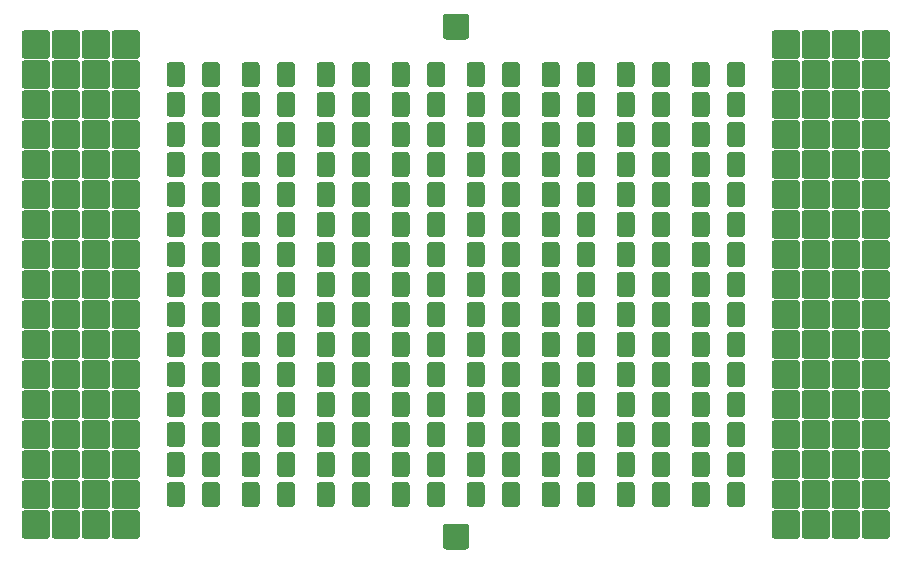
<source format=gts>
G04 #@! TF.GenerationSoftware,KiCad,Pcbnew,5.1.9+dfsg1-1~bpo10+1*
G04 #@! TF.CreationDate,2021-10-28T18:47:32+00:00*
G04 #@! TF.ProjectId,120-channel-test-board,3132302d-6368-4616-9e6e-656c2d746573,v1.2*
G04 #@! TF.SameCoordinates,Original*
G04 #@! TF.FileFunction,Soldermask,Top*
G04 #@! TF.FilePolarity,Negative*
%FSLAX46Y46*%
G04 Gerber Fmt 4.6, Leading zero omitted, Abs format (unit mm)*
G04 Created by KiCad (PCBNEW 5.1.9+dfsg1-1~bpo10+1) date 2021-10-28 18:47:32*
%MOMM*%
%LPD*%
G01*
G04 APERTURE LIST*
G04 APERTURE END LIST*
G36*
G01*
X77121000Y-43980000D02*
X77121000Y-42380000D01*
G75*
G02*
X77375000Y-42126000I254000J0D01*
G01*
X78375000Y-42126000D01*
G75*
G02*
X78629000Y-42380000I0J-254000D01*
G01*
X78629000Y-43980000D01*
G75*
G02*
X78375000Y-44234000I-254000J0D01*
G01*
X77375000Y-44234000D01*
G75*
G02*
X77121000Y-43980000I0J254000D01*
G01*
G37*
G36*
G01*
X80121000Y-43980000D02*
X80121000Y-42380000D01*
G75*
G02*
X80375000Y-42126000I254000J0D01*
G01*
X81375000Y-42126000D01*
G75*
G02*
X81629000Y-42380000I0J-254000D01*
G01*
X81629000Y-43980000D01*
G75*
G02*
X81375000Y-44234000I-254000J0D01*
G01*
X80375000Y-44234000D01*
G75*
G02*
X80121000Y-43980000I0J254000D01*
G01*
G37*
G36*
G01*
X83471000Y-43980000D02*
X83471000Y-42380000D01*
G75*
G02*
X83725000Y-42126000I254000J0D01*
G01*
X84725000Y-42126000D01*
G75*
G02*
X84979000Y-42380000I0J-254000D01*
G01*
X84979000Y-43980000D01*
G75*
G02*
X84725000Y-44234000I-254000J0D01*
G01*
X83725000Y-44234000D01*
G75*
G02*
X83471000Y-43980000I0J254000D01*
G01*
G37*
G36*
G01*
X86471000Y-43980000D02*
X86471000Y-42380000D01*
G75*
G02*
X86725000Y-42126000I254000J0D01*
G01*
X87725000Y-42126000D01*
G75*
G02*
X87979000Y-42380000I0J-254000D01*
G01*
X87979000Y-43980000D01*
G75*
G02*
X87725000Y-44234000I-254000J0D01*
G01*
X86725000Y-44234000D01*
G75*
G02*
X86471000Y-43980000I0J254000D01*
G01*
G37*
G36*
G01*
X89821000Y-43980000D02*
X89821000Y-42380000D01*
G75*
G02*
X90075000Y-42126000I254000J0D01*
G01*
X91075000Y-42126000D01*
G75*
G02*
X91329000Y-42380000I0J-254000D01*
G01*
X91329000Y-43980000D01*
G75*
G02*
X91075000Y-44234000I-254000J0D01*
G01*
X90075000Y-44234000D01*
G75*
G02*
X89821000Y-43980000I0J254000D01*
G01*
G37*
G36*
G01*
X92821000Y-43980000D02*
X92821000Y-42380000D01*
G75*
G02*
X93075000Y-42126000I254000J0D01*
G01*
X94075000Y-42126000D01*
G75*
G02*
X94329000Y-42380000I0J-254000D01*
G01*
X94329000Y-43980000D01*
G75*
G02*
X94075000Y-44234000I-254000J0D01*
G01*
X93075000Y-44234000D01*
G75*
G02*
X92821000Y-43980000I0J254000D01*
G01*
G37*
G36*
G01*
X96171000Y-43980000D02*
X96171000Y-42380000D01*
G75*
G02*
X96425000Y-42126000I254000J0D01*
G01*
X97425000Y-42126000D01*
G75*
G02*
X97679000Y-42380000I0J-254000D01*
G01*
X97679000Y-43980000D01*
G75*
G02*
X97425000Y-44234000I-254000J0D01*
G01*
X96425000Y-44234000D01*
G75*
G02*
X96171000Y-43980000I0J254000D01*
G01*
G37*
G36*
G01*
X99171000Y-43980000D02*
X99171000Y-42380000D01*
G75*
G02*
X99425000Y-42126000I254000J0D01*
G01*
X100425000Y-42126000D01*
G75*
G02*
X100679000Y-42380000I0J-254000D01*
G01*
X100679000Y-43980000D01*
G75*
G02*
X100425000Y-44234000I-254000J0D01*
G01*
X99425000Y-44234000D01*
G75*
G02*
X99171000Y-43980000I0J254000D01*
G01*
G37*
G36*
G01*
X77121000Y-46520000D02*
X77121000Y-44920000D01*
G75*
G02*
X77375000Y-44666000I254000J0D01*
G01*
X78375000Y-44666000D01*
G75*
G02*
X78629000Y-44920000I0J-254000D01*
G01*
X78629000Y-46520000D01*
G75*
G02*
X78375000Y-46774000I-254000J0D01*
G01*
X77375000Y-46774000D01*
G75*
G02*
X77121000Y-46520000I0J254000D01*
G01*
G37*
G36*
G01*
X80121000Y-46520000D02*
X80121000Y-44920000D01*
G75*
G02*
X80375000Y-44666000I254000J0D01*
G01*
X81375000Y-44666000D01*
G75*
G02*
X81629000Y-44920000I0J-254000D01*
G01*
X81629000Y-46520000D01*
G75*
G02*
X81375000Y-46774000I-254000J0D01*
G01*
X80375000Y-46774000D01*
G75*
G02*
X80121000Y-46520000I0J254000D01*
G01*
G37*
G36*
G01*
X83471000Y-46520000D02*
X83471000Y-44920000D01*
G75*
G02*
X83725000Y-44666000I254000J0D01*
G01*
X84725000Y-44666000D01*
G75*
G02*
X84979000Y-44920000I0J-254000D01*
G01*
X84979000Y-46520000D01*
G75*
G02*
X84725000Y-46774000I-254000J0D01*
G01*
X83725000Y-46774000D01*
G75*
G02*
X83471000Y-46520000I0J254000D01*
G01*
G37*
G36*
G01*
X86471000Y-46520000D02*
X86471000Y-44920000D01*
G75*
G02*
X86725000Y-44666000I254000J0D01*
G01*
X87725000Y-44666000D01*
G75*
G02*
X87979000Y-44920000I0J-254000D01*
G01*
X87979000Y-46520000D01*
G75*
G02*
X87725000Y-46774000I-254000J0D01*
G01*
X86725000Y-46774000D01*
G75*
G02*
X86471000Y-46520000I0J254000D01*
G01*
G37*
G36*
G01*
X89821000Y-46520000D02*
X89821000Y-44920000D01*
G75*
G02*
X90075000Y-44666000I254000J0D01*
G01*
X91075000Y-44666000D01*
G75*
G02*
X91329000Y-44920000I0J-254000D01*
G01*
X91329000Y-46520000D01*
G75*
G02*
X91075000Y-46774000I-254000J0D01*
G01*
X90075000Y-46774000D01*
G75*
G02*
X89821000Y-46520000I0J254000D01*
G01*
G37*
G36*
G01*
X92821000Y-46520000D02*
X92821000Y-44920000D01*
G75*
G02*
X93075000Y-44666000I254000J0D01*
G01*
X94075000Y-44666000D01*
G75*
G02*
X94329000Y-44920000I0J-254000D01*
G01*
X94329000Y-46520000D01*
G75*
G02*
X94075000Y-46774000I-254000J0D01*
G01*
X93075000Y-46774000D01*
G75*
G02*
X92821000Y-46520000I0J254000D01*
G01*
G37*
G36*
G01*
X96171000Y-46520000D02*
X96171000Y-44920000D01*
G75*
G02*
X96425000Y-44666000I254000J0D01*
G01*
X97425000Y-44666000D01*
G75*
G02*
X97679000Y-44920000I0J-254000D01*
G01*
X97679000Y-46520000D01*
G75*
G02*
X97425000Y-46774000I-254000J0D01*
G01*
X96425000Y-46774000D01*
G75*
G02*
X96171000Y-46520000I0J254000D01*
G01*
G37*
G36*
G01*
X99171000Y-46520000D02*
X99171000Y-44920000D01*
G75*
G02*
X99425000Y-44666000I254000J0D01*
G01*
X100425000Y-44666000D01*
G75*
G02*
X100679000Y-44920000I0J-254000D01*
G01*
X100679000Y-46520000D01*
G75*
G02*
X100425000Y-46774000I-254000J0D01*
G01*
X99425000Y-46774000D01*
G75*
G02*
X99171000Y-46520000I0J254000D01*
G01*
G37*
G36*
G01*
X77121000Y-49060000D02*
X77121000Y-47460000D01*
G75*
G02*
X77375000Y-47206000I254000J0D01*
G01*
X78375000Y-47206000D01*
G75*
G02*
X78629000Y-47460000I0J-254000D01*
G01*
X78629000Y-49060000D01*
G75*
G02*
X78375000Y-49314000I-254000J0D01*
G01*
X77375000Y-49314000D01*
G75*
G02*
X77121000Y-49060000I0J254000D01*
G01*
G37*
G36*
G01*
X80121000Y-49060000D02*
X80121000Y-47460000D01*
G75*
G02*
X80375000Y-47206000I254000J0D01*
G01*
X81375000Y-47206000D01*
G75*
G02*
X81629000Y-47460000I0J-254000D01*
G01*
X81629000Y-49060000D01*
G75*
G02*
X81375000Y-49314000I-254000J0D01*
G01*
X80375000Y-49314000D01*
G75*
G02*
X80121000Y-49060000I0J254000D01*
G01*
G37*
G36*
G01*
X83471000Y-49060000D02*
X83471000Y-47460000D01*
G75*
G02*
X83725000Y-47206000I254000J0D01*
G01*
X84725000Y-47206000D01*
G75*
G02*
X84979000Y-47460000I0J-254000D01*
G01*
X84979000Y-49060000D01*
G75*
G02*
X84725000Y-49314000I-254000J0D01*
G01*
X83725000Y-49314000D01*
G75*
G02*
X83471000Y-49060000I0J254000D01*
G01*
G37*
G36*
G01*
X86471000Y-49060000D02*
X86471000Y-47460000D01*
G75*
G02*
X86725000Y-47206000I254000J0D01*
G01*
X87725000Y-47206000D01*
G75*
G02*
X87979000Y-47460000I0J-254000D01*
G01*
X87979000Y-49060000D01*
G75*
G02*
X87725000Y-49314000I-254000J0D01*
G01*
X86725000Y-49314000D01*
G75*
G02*
X86471000Y-49060000I0J254000D01*
G01*
G37*
G36*
G01*
X89821000Y-49060000D02*
X89821000Y-47460000D01*
G75*
G02*
X90075000Y-47206000I254000J0D01*
G01*
X91075000Y-47206000D01*
G75*
G02*
X91329000Y-47460000I0J-254000D01*
G01*
X91329000Y-49060000D01*
G75*
G02*
X91075000Y-49314000I-254000J0D01*
G01*
X90075000Y-49314000D01*
G75*
G02*
X89821000Y-49060000I0J254000D01*
G01*
G37*
G36*
G01*
X92821000Y-49060000D02*
X92821000Y-47460000D01*
G75*
G02*
X93075000Y-47206000I254000J0D01*
G01*
X94075000Y-47206000D01*
G75*
G02*
X94329000Y-47460000I0J-254000D01*
G01*
X94329000Y-49060000D01*
G75*
G02*
X94075000Y-49314000I-254000J0D01*
G01*
X93075000Y-49314000D01*
G75*
G02*
X92821000Y-49060000I0J254000D01*
G01*
G37*
G36*
G01*
X96171000Y-49060000D02*
X96171000Y-47460000D01*
G75*
G02*
X96425000Y-47206000I254000J0D01*
G01*
X97425000Y-47206000D01*
G75*
G02*
X97679000Y-47460000I0J-254000D01*
G01*
X97679000Y-49060000D01*
G75*
G02*
X97425000Y-49314000I-254000J0D01*
G01*
X96425000Y-49314000D01*
G75*
G02*
X96171000Y-49060000I0J254000D01*
G01*
G37*
G36*
G01*
X99171000Y-49060000D02*
X99171000Y-47460000D01*
G75*
G02*
X99425000Y-47206000I254000J0D01*
G01*
X100425000Y-47206000D01*
G75*
G02*
X100679000Y-47460000I0J-254000D01*
G01*
X100679000Y-49060000D01*
G75*
G02*
X100425000Y-49314000I-254000J0D01*
G01*
X99425000Y-49314000D01*
G75*
G02*
X99171000Y-49060000I0J254000D01*
G01*
G37*
G36*
G01*
X77121000Y-51600000D02*
X77121000Y-50000000D01*
G75*
G02*
X77375000Y-49746000I254000J0D01*
G01*
X78375000Y-49746000D01*
G75*
G02*
X78629000Y-50000000I0J-254000D01*
G01*
X78629000Y-51600000D01*
G75*
G02*
X78375000Y-51854000I-254000J0D01*
G01*
X77375000Y-51854000D01*
G75*
G02*
X77121000Y-51600000I0J254000D01*
G01*
G37*
G36*
G01*
X80121000Y-51600000D02*
X80121000Y-50000000D01*
G75*
G02*
X80375000Y-49746000I254000J0D01*
G01*
X81375000Y-49746000D01*
G75*
G02*
X81629000Y-50000000I0J-254000D01*
G01*
X81629000Y-51600000D01*
G75*
G02*
X81375000Y-51854000I-254000J0D01*
G01*
X80375000Y-51854000D01*
G75*
G02*
X80121000Y-51600000I0J254000D01*
G01*
G37*
G36*
G01*
X83471000Y-51600000D02*
X83471000Y-50000000D01*
G75*
G02*
X83725000Y-49746000I254000J0D01*
G01*
X84725000Y-49746000D01*
G75*
G02*
X84979000Y-50000000I0J-254000D01*
G01*
X84979000Y-51600000D01*
G75*
G02*
X84725000Y-51854000I-254000J0D01*
G01*
X83725000Y-51854000D01*
G75*
G02*
X83471000Y-51600000I0J254000D01*
G01*
G37*
G36*
G01*
X86471000Y-51600000D02*
X86471000Y-50000000D01*
G75*
G02*
X86725000Y-49746000I254000J0D01*
G01*
X87725000Y-49746000D01*
G75*
G02*
X87979000Y-50000000I0J-254000D01*
G01*
X87979000Y-51600000D01*
G75*
G02*
X87725000Y-51854000I-254000J0D01*
G01*
X86725000Y-51854000D01*
G75*
G02*
X86471000Y-51600000I0J254000D01*
G01*
G37*
G36*
G01*
X89821000Y-51600000D02*
X89821000Y-50000000D01*
G75*
G02*
X90075000Y-49746000I254000J0D01*
G01*
X91075000Y-49746000D01*
G75*
G02*
X91329000Y-50000000I0J-254000D01*
G01*
X91329000Y-51600000D01*
G75*
G02*
X91075000Y-51854000I-254000J0D01*
G01*
X90075000Y-51854000D01*
G75*
G02*
X89821000Y-51600000I0J254000D01*
G01*
G37*
G36*
G01*
X92821000Y-51600000D02*
X92821000Y-50000000D01*
G75*
G02*
X93075000Y-49746000I254000J0D01*
G01*
X94075000Y-49746000D01*
G75*
G02*
X94329000Y-50000000I0J-254000D01*
G01*
X94329000Y-51600000D01*
G75*
G02*
X94075000Y-51854000I-254000J0D01*
G01*
X93075000Y-51854000D01*
G75*
G02*
X92821000Y-51600000I0J254000D01*
G01*
G37*
G36*
G01*
X96171000Y-51600000D02*
X96171000Y-50000000D01*
G75*
G02*
X96425000Y-49746000I254000J0D01*
G01*
X97425000Y-49746000D01*
G75*
G02*
X97679000Y-50000000I0J-254000D01*
G01*
X97679000Y-51600000D01*
G75*
G02*
X97425000Y-51854000I-254000J0D01*
G01*
X96425000Y-51854000D01*
G75*
G02*
X96171000Y-51600000I0J254000D01*
G01*
G37*
G36*
G01*
X99171000Y-51600000D02*
X99171000Y-50000000D01*
G75*
G02*
X99425000Y-49746000I254000J0D01*
G01*
X100425000Y-49746000D01*
G75*
G02*
X100679000Y-50000000I0J-254000D01*
G01*
X100679000Y-51600000D01*
G75*
G02*
X100425000Y-51854000I-254000J0D01*
G01*
X99425000Y-51854000D01*
G75*
G02*
X99171000Y-51600000I0J254000D01*
G01*
G37*
G36*
G01*
X77121000Y-54140000D02*
X77121000Y-52540000D01*
G75*
G02*
X77375000Y-52286000I254000J0D01*
G01*
X78375000Y-52286000D01*
G75*
G02*
X78629000Y-52540000I0J-254000D01*
G01*
X78629000Y-54140000D01*
G75*
G02*
X78375000Y-54394000I-254000J0D01*
G01*
X77375000Y-54394000D01*
G75*
G02*
X77121000Y-54140000I0J254000D01*
G01*
G37*
G36*
G01*
X80121000Y-54140000D02*
X80121000Y-52540000D01*
G75*
G02*
X80375000Y-52286000I254000J0D01*
G01*
X81375000Y-52286000D01*
G75*
G02*
X81629000Y-52540000I0J-254000D01*
G01*
X81629000Y-54140000D01*
G75*
G02*
X81375000Y-54394000I-254000J0D01*
G01*
X80375000Y-54394000D01*
G75*
G02*
X80121000Y-54140000I0J254000D01*
G01*
G37*
G36*
G01*
X83471000Y-54140000D02*
X83471000Y-52540000D01*
G75*
G02*
X83725000Y-52286000I254000J0D01*
G01*
X84725000Y-52286000D01*
G75*
G02*
X84979000Y-52540000I0J-254000D01*
G01*
X84979000Y-54140000D01*
G75*
G02*
X84725000Y-54394000I-254000J0D01*
G01*
X83725000Y-54394000D01*
G75*
G02*
X83471000Y-54140000I0J254000D01*
G01*
G37*
G36*
G01*
X86471000Y-54140000D02*
X86471000Y-52540000D01*
G75*
G02*
X86725000Y-52286000I254000J0D01*
G01*
X87725000Y-52286000D01*
G75*
G02*
X87979000Y-52540000I0J-254000D01*
G01*
X87979000Y-54140000D01*
G75*
G02*
X87725000Y-54394000I-254000J0D01*
G01*
X86725000Y-54394000D01*
G75*
G02*
X86471000Y-54140000I0J254000D01*
G01*
G37*
G36*
G01*
X89821000Y-54140000D02*
X89821000Y-52540000D01*
G75*
G02*
X90075000Y-52286000I254000J0D01*
G01*
X91075000Y-52286000D01*
G75*
G02*
X91329000Y-52540000I0J-254000D01*
G01*
X91329000Y-54140000D01*
G75*
G02*
X91075000Y-54394000I-254000J0D01*
G01*
X90075000Y-54394000D01*
G75*
G02*
X89821000Y-54140000I0J254000D01*
G01*
G37*
G36*
G01*
X92821000Y-54140000D02*
X92821000Y-52540000D01*
G75*
G02*
X93075000Y-52286000I254000J0D01*
G01*
X94075000Y-52286000D01*
G75*
G02*
X94329000Y-52540000I0J-254000D01*
G01*
X94329000Y-54140000D01*
G75*
G02*
X94075000Y-54394000I-254000J0D01*
G01*
X93075000Y-54394000D01*
G75*
G02*
X92821000Y-54140000I0J254000D01*
G01*
G37*
G36*
G01*
X96171000Y-54140000D02*
X96171000Y-52540000D01*
G75*
G02*
X96425000Y-52286000I254000J0D01*
G01*
X97425000Y-52286000D01*
G75*
G02*
X97679000Y-52540000I0J-254000D01*
G01*
X97679000Y-54140000D01*
G75*
G02*
X97425000Y-54394000I-254000J0D01*
G01*
X96425000Y-54394000D01*
G75*
G02*
X96171000Y-54140000I0J254000D01*
G01*
G37*
G36*
G01*
X99171000Y-54140000D02*
X99171000Y-52540000D01*
G75*
G02*
X99425000Y-52286000I254000J0D01*
G01*
X100425000Y-52286000D01*
G75*
G02*
X100679000Y-52540000I0J-254000D01*
G01*
X100679000Y-54140000D01*
G75*
G02*
X100425000Y-54394000I-254000J0D01*
G01*
X99425000Y-54394000D01*
G75*
G02*
X99171000Y-54140000I0J254000D01*
G01*
G37*
G36*
G01*
X77121000Y-56680000D02*
X77121000Y-55080000D01*
G75*
G02*
X77375000Y-54826000I254000J0D01*
G01*
X78375000Y-54826000D01*
G75*
G02*
X78629000Y-55080000I0J-254000D01*
G01*
X78629000Y-56680000D01*
G75*
G02*
X78375000Y-56934000I-254000J0D01*
G01*
X77375000Y-56934000D01*
G75*
G02*
X77121000Y-56680000I0J254000D01*
G01*
G37*
G36*
G01*
X80121000Y-56680000D02*
X80121000Y-55080000D01*
G75*
G02*
X80375000Y-54826000I254000J0D01*
G01*
X81375000Y-54826000D01*
G75*
G02*
X81629000Y-55080000I0J-254000D01*
G01*
X81629000Y-56680000D01*
G75*
G02*
X81375000Y-56934000I-254000J0D01*
G01*
X80375000Y-56934000D01*
G75*
G02*
X80121000Y-56680000I0J254000D01*
G01*
G37*
G36*
G01*
X83471000Y-56680000D02*
X83471000Y-55080000D01*
G75*
G02*
X83725000Y-54826000I254000J0D01*
G01*
X84725000Y-54826000D01*
G75*
G02*
X84979000Y-55080000I0J-254000D01*
G01*
X84979000Y-56680000D01*
G75*
G02*
X84725000Y-56934000I-254000J0D01*
G01*
X83725000Y-56934000D01*
G75*
G02*
X83471000Y-56680000I0J254000D01*
G01*
G37*
G36*
G01*
X86471000Y-56680000D02*
X86471000Y-55080000D01*
G75*
G02*
X86725000Y-54826000I254000J0D01*
G01*
X87725000Y-54826000D01*
G75*
G02*
X87979000Y-55080000I0J-254000D01*
G01*
X87979000Y-56680000D01*
G75*
G02*
X87725000Y-56934000I-254000J0D01*
G01*
X86725000Y-56934000D01*
G75*
G02*
X86471000Y-56680000I0J254000D01*
G01*
G37*
G36*
G01*
X89821000Y-56680000D02*
X89821000Y-55080000D01*
G75*
G02*
X90075000Y-54826000I254000J0D01*
G01*
X91075000Y-54826000D01*
G75*
G02*
X91329000Y-55080000I0J-254000D01*
G01*
X91329000Y-56680000D01*
G75*
G02*
X91075000Y-56934000I-254000J0D01*
G01*
X90075000Y-56934000D01*
G75*
G02*
X89821000Y-56680000I0J254000D01*
G01*
G37*
G36*
G01*
X92821000Y-56680000D02*
X92821000Y-55080000D01*
G75*
G02*
X93075000Y-54826000I254000J0D01*
G01*
X94075000Y-54826000D01*
G75*
G02*
X94329000Y-55080000I0J-254000D01*
G01*
X94329000Y-56680000D01*
G75*
G02*
X94075000Y-56934000I-254000J0D01*
G01*
X93075000Y-56934000D01*
G75*
G02*
X92821000Y-56680000I0J254000D01*
G01*
G37*
G36*
G01*
X96171000Y-56680000D02*
X96171000Y-55080000D01*
G75*
G02*
X96425000Y-54826000I254000J0D01*
G01*
X97425000Y-54826000D01*
G75*
G02*
X97679000Y-55080000I0J-254000D01*
G01*
X97679000Y-56680000D01*
G75*
G02*
X97425000Y-56934000I-254000J0D01*
G01*
X96425000Y-56934000D01*
G75*
G02*
X96171000Y-56680000I0J254000D01*
G01*
G37*
G36*
G01*
X99171000Y-56680000D02*
X99171000Y-55080000D01*
G75*
G02*
X99425000Y-54826000I254000J0D01*
G01*
X100425000Y-54826000D01*
G75*
G02*
X100679000Y-55080000I0J-254000D01*
G01*
X100679000Y-56680000D01*
G75*
G02*
X100425000Y-56934000I-254000J0D01*
G01*
X99425000Y-56934000D01*
G75*
G02*
X99171000Y-56680000I0J254000D01*
G01*
G37*
G36*
G01*
X77121000Y-59220000D02*
X77121000Y-57620000D01*
G75*
G02*
X77375000Y-57366000I254000J0D01*
G01*
X78375000Y-57366000D01*
G75*
G02*
X78629000Y-57620000I0J-254000D01*
G01*
X78629000Y-59220000D01*
G75*
G02*
X78375000Y-59474000I-254000J0D01*
G01*
X77375000Y-59474000D01*
G75*
G02*
X77121000Y-59220000I0J254000D01*
G01*
G37*
G36*
G01*
X80121000Y-59220000D02*
X80121000Y-57620000D01*
G75*
G02*
X80375000Y-57366000I254000J0D01*
G01*
X81375000Y-57366000D01*
G75*
G02*
X81629000Y-57620000I0J-254000D01*
G01*
X81629000Y-59220000D01*
G75*
G02*
X81375000Y-59474000I-254000J0D01*
G01*
X80375000Y-59474000D01*
G75*
G02*
X80121000Y-59220000I0J254000D01*
G01*
G37*
G36*
G01*
X83471000Y-59220000D02*
X83471000Y-57620000D01*
G75*
G02*
X83725000Y-57366000I254000J0D01*
G01*
X84725000Y-57366000D01*
G75*
G02*
X84979000Y-57620000I0J-254000D01*
G01*
X84979000Y-59220000D01*
G75*
G02*
X84725000Y-59474000I-254000J0D01*
G01*
X83725000Y-59474000D01*
G75*
G02*
X83471000Y-59220000I0J254000D01*
G01*
G37*
G36*
G01*
X86471000Y-59220000D02*
X86471000Y-57620000D01*
G75*
G02*
X86725000Y-57366000I254000J0D01*
G01*
X87725000Y-57366000D01*
G75*
G02*
X87979000Y-57620000I0J-254000D01*
G01*
X87979000Y-59220000D01*
G75*
G02*
X87725000Y-59474000I-254000J0D01*
G01*
X86725000Y-59474000D01*
G75*
G02*
X86471000Y-59220000I0J254000D01*
G01*
G37*
G36*
G01*
X89821000Y-59220000D02*
X89821000Y-57620000D01*
G75*
G02*
X90075000Y-57366000I254000J0D01*
G01*
X91075000Y-57366000D01*
G75*
G02*
X91329000Y-57620000I0J-254000D01*
G01*
X91329000Y-59220000D01*
G75*
G02*
X91075000Y-59474000I-254000J0D01*
G01*
X90075000Y-59474000D01*
G75*
G02*
X89821000Y-59220000I0J254000D01*
G01*
G37*
G36*
G01*
X92821000Y-59220000D02*
X92821000Y-57620000D01*
G75*
G02*
X93075000Y-57366000I254000J0D01*
G01*
X94075000Y-57366000D01*
G75*
G02*
X94329000Y-57620000I0J-254000D01*
G01*
X94329000Y-59220000D01*
G75*
G02*
X94075000Y-59474000I-254000J0D01*
G01*
X93075000Y-59474000D01*
G75*
G02*
X92821000Y-59220000I0J254000D01*
G01*
G37*
G36*
G01*
X96171000Y-59220000D02*
X96171000Y-57620000D01*
G75*
G02*
X96425000Y-57366000I254000J0D01*
G01*
X97425000Y-57366000D01*
G75*
G02*
X97679000Y-57620000I0J-254000D01*
G01*
X97679000Y-59220000D01*
G75*
G02*
X97425000Y-59474000I-254000J0D01*
G01*
X96425000Y-59474000D01*
G75*
G02*
X96171000Y-59220000I0J254000D01*
G01*
G37*
G36*
G01*
X99171000Y-59220000D02*
X99171000Y-57620000D01*
G75*
G02*
X99425000Y-57366000I254000J0D01*
G01*
X100425000Y-57366000D01*
G75*
G02*
X100679000Y-57620000I0J-254000D01*
G01*
X100679000Y-59220000D01*
G75*
G02*
X100425000Y-59474000I-254000J0D01*
G01*
X99425000Y-59474000D01*
G75*
G02*
X99171000Y-59220000I0J254000D01*
G01*
G37*
G36*
G01*
X77121000Y-61760000D02*
X77121000Y-60160000D01*
G75*
G02*
X77375000Y-59906000I254000J0D01*
G01*
X78375000Y-59906000D01*
G75*
G02*
X78629000Y-60160000I0J-254000D01*
G01*
X78629000Y-61760000D01*
G75*
G02*
X78375000Y-62014000I-254000J0D01*
G01*
X77375000Y-62014000D01*
G75*
G02*
X77121000Y-61760000I0J254000D01*
G01*
G37*
G36*
G01*
X80121000Y-61760000D02*
X80121000Y-60160000D01*
G75*
G02*
X80375000Y-59906000I254000J0D01*
G01*
X81375000Y-59906000D01*
G75*
G02*
X81629000Y-60160000I0J-254000D01*
G01*
X81629000Y-61760000D01*
G75*
G02*
X81375000Y-62014000I-254000J0D01*
G01*
X80375000Y-62014000D01*
G75*
G02*
X80121000Y-61760000I0J254000D01*
G01*
G37*
G36*
G01*
X83471000Y-61760000D02*
X83471000Y-60160000D01*
G75*
G02*
X83725000Y-59906000I254000J0D01*
G01*
X84725000Y-59906000D01*
G75*
G02*
X84979000Y-60160000I0J-254000D01*
G01*
X84979000Y-61760000D01*
G75*
G02*
X84725000Y-62014000I-254000J0D01*
G01*
X83725000Y-62014000D01*
G75*
G02*
X83471000Y-61760000I0J254000D01*
G01*
G37*
G36*
G01*
X86471000Y-61760000D02*
X86471000Y-60160000D01*
G75*
G02*
X86725000Y-59906000I254000J0D01*
G01*
X87725000Y-59906000D01*
G75*
G02*
X87979000Y-60160000I0J-254000D01*
G01*
X87979000Y-61760000D01*
G75*
G02*
X87725000Y-62014000I-254000J0D01*
G01*
X86725000Y-62014000D01*
G75*
G02*
X86471000Y-61760000I0J254000D01*
G01*
G37*
G36*
G01*
X89821000Y-61760000D02*
X89821000Y-60160000D01*
G75*
G02*
X90075000Y-59906000I254000J0D01*
G01*
X91075000Y-59906000D01*
G75*
G02*
X91329000Y-60160000I0J-254000D01*
G01*
X91329000Y-61760000D01*
G75*
G02*
X91075000Y-62014000I-254000J0D01*
G01*
X90075000Y-62014000D01*
G75*
G02*
X89821000Y-61760000I0J254000D01*
G01*
G37*
G36*
G01*
X92821000Y-61760000D02*
X92821000Y-60160000D01*
G75*
G02*
X93075000Y-59906000I254000J0D01*
G01*
X94075000Y-59906000D01*
G75*
G02*
X94329000Y-60160000I0J-254000D01*
G01*
X94329000Y-61760000D01*
G75*
G02*
X94075000Y-62014000I-254000J0D01*
G01*
X93075000Y-62014000D01*
G75*
G02*
X92821000Y-61760000I0J254000D01*
G01*
G37*
G36*
G01*
X96171000Y-61760000D02*
X96171000Y-60160000D01*
G75*
G02*
X96425000Y-59906000I254000J0D01*
G01*
X97425000Y-59906000D01*
G75*
G02*
X97679000Y-60160000I0J-254000D01*
G01*
X97679000Y-61760000D01*
G75*
G02*
X97425000Y-62014000I-254000J0D01*
G01*
X96425000Y-62014000D01*
G75*
G02*
X96171000Y-61760000I0J254000D01*
G01*
G37*
G36*
G01*
X99171000Y-61760000D02*
X99171000Y-60160000D01*
G75*
G02*
X99425000Y-59906000I254000J0D01*
G01*
X100425000Y-59906000D01*
G75*
G02*
X100679000Y-60160000I0J-254000D01*
G01*
X100679000Y-61760000D01*
G75*
G02*
X100425000Y-62014000I-254000J0D01*
G01*
X99425000Y-62014000D01*
G75*
G02*
X99171000Y-61760000I0J254000D01*
G01*
G37*
G36*
G01*
X77121000Y-64300000D02*
X77121000Y-62700000D01*
G75*
G02*
X77375000Y-62446000I254000J0D01*
G01*
X78375000Y-62446000D01*
G75*
G02*
X78629000Y-62700000I0J-254000D01*
G01*
X78629000Y-64300000D01*
G75*
G02*
X78375000Y-64554000I-254000J0D01*
G01*
X77375000Y-64554000D01*
G75*
G02*
X77121000Y-64300000I0J254000D01*
G01*
G37*
G36*
G01*
X80121000Y-64300000D02*
X80121000Y-62700000D01*
G75*
G02*
X80375000Y-62446000I254000J0D01*
G01*
X81375000Y-62446000D01*
G75*
G02*
X81629000Y-62700000I0J-254000D01*
G01*
X81629000Y-64300000D01*
G75*
G02*
X81375000Y-64554000I-254000J0D01*
G01*
X80375000Y-64554000D01*
G75*
G02*
X80121000Y-64300000I0J254000D01*
G01*
G37*
G36*
G01*
X83471000Y-64300000D02*
X83471000Y-62700000D01*
G75*
G02*
X83725000Y-62446000I254000J0D01*
G01*
X84725000Y-62446000D01*
G75*
G02*
X84979000Y-62700000I0J-254000D01*
G01*
X84979000Y-64300000D01*
G75*
G02*
X84725000Y-64554000I-254000J0D01*
G01*
X83725000Y-64554000D01*
G75*
G02*
X83471000Y-64300000I0J254000D01*
G01*
G37*
G36*
G01*
X86471000Y-64300000D02*
X86471000Y-62700000D01*
G75*
G02*
X86725000Y-62446000I254000J0D01*
G01*
X87725000Y-62446000D01*
G75*
G02*
X87979000Y-62700000I0J-254000D01*
G01*
X87979000Y-64300000D01*
G75*
G02*
X87725000Y-64554000I-254000J0D01*
G01*
X86725000Y-64554000D01*
G75*
G02*
X86471000Y-64300000I0J254000D01*
G01*
G37*
G36*
G01*
X89821000Y-64300000D02*
X89821000Y-62700000D01*
G75*
G02*
X90075000Y-62446000I254000J0D01*
G01*
X91075000Y-62446000D01*
G75*
G02*
X91329000Y-62700000I0J-254000D01*
G01*
X91329000Y-64300000D01*
G75*
G02*
X91075000Y-64554000I-254000J0D01*
G01*
X90075000Y-64554000D01*
G75*
G02*
X89821000Y-64300000I0J254000D01*
G01*
G37*
G36*
G01*
X92821000Y-64300000D02*
X92821000Y-62700000D01*
G75*
G02*
X93075000Y-62446000I254000J0D01*
G01*
X94075000Y-62446000D01*
G75*
G02*
X94329000Y-62700000I0J-254000D01*
G01*
X94329000Y-64300000D01*
G75*
G02*
X94075000Y-64554000I-254000J0D01*
G01*
X93075000Y-64554000D01*
G75*
G02*
X92821000Y-64300000I0J254000D01*
G01*
G37*
G36*
G01*
X96171000Y-64300000D02*
X96171000Y-62700000D01*
G75*
G02*
X96425000Y-62446000I254000J0D01*
G01*
X97425000Y-62446000D01*
G75*
G02*
X97679000Y-62700000I0J-254000D01*
G01*
X97679000Y-64300000D01*
G75*
G02*
X97425000Y-64554000I-254000J0D01*
G01*
X96425000Y-64554000D01*
G75*
G02*
X96171000Y-64300000I0J254000D01*
G01*
G37*
G36*
G01*
X99171000Y-64300000D02*
X99171000Y-62700000D01*
G75*
G02*
X99425000Y-62446000I254000J0D01*
G01*
X100425000Y-62446000D01*
G75*
G02*
X100679000Y-62700000I0J-254000D01*
G01*
X100679000Y-64300000D01*
G75*
G02*
X100425000Y-64554000I-254000J0D01*
G01*
X99425000Y-64554000D01*
G75*
G02*
X99171000Y-64300000I0J254000D01*
G01*
G37*
G36*
G01*
X77121000Y-66840000D02*
X77121000Y-65240000D01*
G75*
G02*
X77375000Y-64986000I254000J0D01*
G01*
X78375000Y-64986000D01*
G75*
G02*
X78629000Y-65240000I0J-254000D01*
G01*
X78629000Y-66840000D01*
G75*
G02*
X78375000Y-67094000I-254000J0D01*
G01*
X77375000Y-67094000D01*
G75*
G02*
X77121000Y-66840000I0J254000D01*
G01*
G37*
G36*
G01*
X80121000Y-66840000D02*
X80121000Y-65240000D01*
G75*
G02*
X80375000Y-64986000I254000J0D01*
G01*
X81375000Y-64986000D01*
G75*
G02*
X81629000Y-65240000I0J-254000D01*
G01*
X81629000Y-66840000D01*
G75*
G02*
X81375000Y-67094000I-254000J0D01*
G01*
X80375000Y-67094000D01*
G75*
G02*
X80121000Y-66840000I0J254000D01*
G01*
G37*
G36*
G01*
X83471000Y-66840000D02*
X83471000Y-65240000D01*
G75*
G02*
X83725000Y-64986000I254000J0D01*
G01*
X84725000Y-64986000D01*
G75*
G02*
X84979000Y-65240000I0J-254000D01*
G01*
X84979000Y-66840000D01*
G75*
G02*
X84725000Y-67094000I-254000J0D01*
G01*
X83725000Y-67094000D01*
G75*
G02*
X83471000Y-66840000I0J254000D01*
G01*
G37*
G36*
G01*
X86471000Y-66840000D02*
X86471000Y-65240000D01*
G75*
G02*
X86725000Y-64986000I254000J0D01*
G01*
X87725000Y-64986000D01*
G75*
G02*
X87979000Y-65240000I0J-254000D01*
G01*
X87979000Y-66840000D01*
G75*
G02*
X87725000Y-67094000I-254000J0D01*
G01*
X86725000Y-67094000D01*
G75*
G02*
X86471000Y-66840000I0J254000D01*
G01*
G37*
G36*
G01*
X89821000Y-66840000D02*
X89821000Y-65240000D01*
G75*
G02*
X90075000Y-64986000I254000J0D01*
G01*
X91075000Y-64986000D01*
G75*
G02*
X91329000Y-65240000I0J-254000D01*
G01*
X91329000Y-66840000D01*
G75*
G02*
X91075000Y-67094000I-254000J0D01*
G01*
X90075000Y-67094000D01*
G75*
G02*
X89821000Y-66840000I0J254000D01*
G01*
G37*
G36*
G01*
X92821000Y-66840000D02*
X92821000Y-65240000D01*
G75*
G02*
X93075000Y-64986000I254000J0D01*
G01*
X94075000Y-64986000D01*
G75*
G02*
X94329000Y-65240000I0J-254000D01*
G01*
X94329000Y-66840000D01*
G75*
G02*
X94075000Y-67094000I-254000J0D01*
G01*
X93075000Y-67094000D01*
G75*
G02*
X92821000Y-66840000I0J254000D01*
G01*
G37*
G36*
G01*
X96171000Y-66840000D02*
X96171000Y-65240000D01*
G75*
G02*
X96425000Y-64986000I254000J0D01*
G01*
X97425000Y-64986000D01*
G75*
G02*
X97679000Y-65240000I0J-254000D01*
G01*
X97679000Y-66840000D01*
G75*
G02*
X97425000Y-67094000I-254000J0D01*
G01*
X96425000Y-67094000D01*
G75*
G02*
X96171000Y-66840000I0J254000D01*
G01*
G37*
G36*
G01*
X99171000Y-66840000D02*
X99171000Y-65240000D01*
G75*
G02*
X99425000Y-64986000I254000J0D01*
G01*
X100425000Y-64986000D01*
G75*
G02*
X100679000Y-65240000I0J-254000D01*
G01*
X100679000Y-66840000D01*
G75*
G02*
X100425000Y-67094000I-254000J0D01*
G01*
X99425000Y-67094000D01*
G75*
G02*
X99171000Y-66840000I0J254000D01*
G01*
G37*
G36*
G01*
X77121000Y-69380000D02*
X77121000Y-67780000D01*
G75*
G02*
X77375000Y-67526000I254000J0D01*
G01*
X78375000Y-67526000D01*
G75*
G02*
X78629000Y-67780000I0J-254000D01*
G01*
X78629000Y-69380000D01*
G75*
G02*
X78375000Y-69634000I-254000J0D01*
G01*
X77375000Y-69634000D01*
G75*
G02*
X77121000Y-69380000I0J254000D01*
G01*
G37*
G36*
G01*
X80121000Y-69380000D02*
X80121000Y-67780000D01*
G75*
G02*
X80375000Y-67526000I254000J0D01*
G01*
X81375000Y-67526000D01*
G75*
G02*
X81629000Y-67780000I0J-254000D01*
G01*
X81629000Y-69380000D01*
G75*
G02*
X81375000Y-69634000I-254000J0D01*
G01*
X80375000Y-69634000D01*
G75*
G02*
X80121000Y-69380000I0J254000D01*
G01*
G37*
G36*
G01*
X83471000Y-69380000D02*
X83471000Y-67780000D01*
G75*
G02*
X83725000Y-67526000I254000J0D01*
G01*
X84725000Y-67526000D01*
G75*
G02*
X84979000Y-67780000I0J-254000D01*
G01*
X84979000Y-69380000D01*
G75*
G02*
X84725000Y-69634000I-254000J0D01*
G01*
X83725000Y-69634000D01*
G75*
G02*
X83471000Y-69380000I0J254000D01*
G01*
G37*
G36*
G01*
X86471000Y-69380000D02*
X86471000Y-67780000D01*
G75*
G02*
X86725000Y-67526000I254000J0D01*
G01*
X87725000Y-67526000D01*
G75*
G02*
X87979000Y-67780000I0J-254000D01*
G01*
X87979000Y-69380000D01*
G75*
G02*
X87725000Y-69634000I-254000J0D01*
G01*
X86725000Y-69634000D01*
G75*
G02*
X86471000Y-69380000I0J254000D01*
G01*
G37*
G36*
G01*
X89821000Y-69380000D02*
X89821000Y-67780000D01*
G75*
G02*
X90075000Y-67526000I254000J0D01*
G01*
X91075000Y-67526000D01*
G75*
G02*
X91329000Y-67780000I0J-254000D01*
G01*
X91329000Y-69380000D01*
G75*
G02*
X91075000Y-69634000I-254000J0D01*
G01*
X90075000Y-69634000D01*
G75*
G02*
X89821000Y-69380000I0J254000D01*
G01*
G37*
G36*
G01*
X92821000Y-69380000D02*
X92821000Y-67780000D01*
G75*
G02*
X93075000Y-67526000I254000J0D01*
G01*
X94075000Y-67526000D01*
G75*
G02*
X94329000Y-67780000I0J-254000D01*
G01*
X94329000Y-69380000D01*
G75*
G02*
X94075000Y-69634000I-254000J0D01*
G01*
X93075000Y-69634000D01*
G75*
G02*
X92821000Y-69380000I0J254000D01*
G01*
G37*
G36*
G01*
X96171000Y-69380000D02*
X96171000Y-67780000D01*
G75*
G02*
X96425000Y-67526000I254000J0D01*
G01*
X97425000Y-67526000D01*
G75*
G02*
X97679000Y-67780000I0J-254000D01*
G01*
X97679000Y-69380000D01*
G75*
G02*
X97425000Y-69634000I-254000J0D01*
G01*
X96425000Y-69634000D01*
G75*
G02*
X96171000Y-69380000I0J254000D01*
G01*
G37*
G36*
G01*
X99171000Y-69380000D02*
X99171000Y-67780000D01*
G75*
G02*
X99425000Y-67526000I254000J0D01*
G01*
X100425000Y-67526000D01*
G75*
G02*
X100679000Y-67780000I0J-254000D01*
G01*
X100679000Y-69380000D01*
G75*
G02*
X100425000Y-69634000I-254000J0D01*
G01*
X99425000Y-69634000D01*
G75*
G02*
X99171000Y-69380000I0J254000D01*
G01*
G37*
G36*
G01*
X77121000Y-71920000D02*
X77121000Y-70320000D01*
G75*
G02*
X77375000Y-70066000I254000J0D01*
G01*
X78375000Y-70066000D01*
G75*
G02*
X78629000Y-70320000I0J-254000D01*
G01*
X78629000Y-71920000D01*
G75*
G02*
X78375000Y-72174000I-254000J0D01*
G01*
X77375000Y-72174000D01*
G75*
G02*
X77121000Y-71920000I0J254000D01*
G01*
G37*
G36*
G01*
X80121000Y-71920000D02*
X80121000Y-70320000D01*
G75*
G02*
X80375000Y-70066000I254000J0D01*
G01*
X81375000Y-70066000D01*
G75*
G02*
X81629000Y-70320000I0J-254000D01*
G01*
X81629000Y-71920000D01*
G75*
G02*
X81375000Y-72174000I-254000J0D01*
G01*
X80375000Y-72174000D01*
G75*
G02*
X80121000Y-71920000I0J254000D01*
G01*
G37*
G36*
G01*
X83471000Y-71920000D02*
X83471000Y-70320000D01*
G75*
G02*
X83725000Y-70066000I254000J0D01*
G01*
X84725000Y-70066000D01*
G75*
G02*
X84979000Y-70320000I0J-254000D01*
G01*
X84979000Y-71920000D01*
G75*
G02*
X84725000Y-72174000I-254000J0D01*
G01*
X83725000Y-72174000D01*
G75*
G02*
X83471000Y-71920000I0J254000D01*
G01*
G37*
G36*
G01*
X86471000Y-71920000D02*
X86471000Y-70320000D01*
G75*
G02*
X86725000Y-70066000I254000J0D01*
G01*
X87725000Y-70066000D01*
G75*
G02*
X87979000Y-70320000I0J-254000D01*
G01*
X87979000Y-71920000D01*
G75*
G02*
X87725000Y-72174000I-254000J0D01*
G01*
X86725000Y-72174000D01*
G75*
G02*
X86471000Y-71920000I0J254000D01*
G01*
G37*
G36*
G01*
X89821000Y-71920000D02*
X89821000Y-70320000D01*
G75*
G02*
X90075000Y-70066000I254000J0D01*
G01*
X91075000Y-70066000D01*
G75*
G02*
X91329000Y-70320000I0J-254000D01*
G01*
X91329000Y-71920000D01*
G75*
G02*
X91075000Y-72174000I-254000J0D01*
G01*
X90075000Y-72174000D01*
G75*
G02*
X89821000Y-71920000I0J254000D01*
G01*
G37*
G36*
G01*
X92821000Y-71920000D02*
X92821000Y-70320000D01*
G75*
G02*
X93075000Y-70066000I254000J0D01*
G01*
X94075000Y-70066000D01*
G75*
G02*
X94329000Y-70320000I0J-254000D01*
G01*
X94329000Y-71920000D01*
G75*
G02*
X94075000Y-72174000I-254000J0D01*
G01*
X93075000Y-72174000D01*
G75*
G02*
X92821000Y-71920000I0J254000D01*
G01*
G37*
G36*
G01*
X96171000Y-71920000D02*
X96171000Y-70320000D01*
G75*
G02*
X96425000Y-70066000I254000J0D01*
G01*
X97425000Y-70066000D01*
G75*
G02*
X97679000Y-70320000I0J-254000D01*
G01*
X97679000Y-71920000D01*
G75*
G02*
X97425000Y-72174000I-254000J0D01*
G01*
X96425000Y-72174000D01*
G75*
G02*
X96171000Y-71920000I0J254000D01*
G01*
G37*
G36*
G01*
X99171000Y-71920000D02*
X99171000Y-70320000D01*
G75*
G02*
X99425000Y-70066000I254000J0D01*
G01*
X100425000Y-70066000D01*
G75*
G02*
X100679000Y-70320000I0J-254000D01*
G01*
X100679000Y-71920000D01*
G75*
G02*
X100425000Y-72174000I-254000J0D01*
G01*
X99425000Y-72174000D01*
G75*
G02*
X99171000Y-71920000I0J254000D01*
G01*
G37*
G36*
G01*
X77121000Y-74460000D02*
X77121000Y-72860000D01*
G75*
G02*
X77375000Y-72606000I254000J0D01*
G01*
X78375000Y-72606000D01*
G75*
G02*
X78629000Y-72860000I0J-254000D01*
G01*
X78629000Y-74460000D01*
G75*
G02*
X78375000Y-74714000I-254000J0D01*
G01*
X77375000Y-74714000D01*
G75*
G02*
X77121000Y-74460000I0J254000D01*
G01*
G37*
G36*
G01*
X80121000Y-74460000D02*
X80121000Y-72860000D01*
G75*
G02*
X80375000Y-72606000I254000J0D01*
G01*
X81375000Y-72606000D01*
G75*
G02*
X81629000Y-72860000I0J-254000D01*
G01*
X81629000Y-74460000D01*
G75*
G02*
X81375000Y-74714000I-254000J0D01*
G01*
X80375000Y-74714000D01*
G75*
G02*
X80121000Y-74460000I0J254000D01*
G01*
G37*
G36*
G01*
X83471000Y-74460000D02*
X83471000Y-72860000D01*
G75*
G02*
X83725000Y-72606000I254000J0D01*
G01*
X84725000Y-72606000D01*
G75*
G02*
X84979000Y-72860000I0J-254000D01*
G01*
X84979000Y-74460000D01*
G75*
G02*
X84725000Y-74714000I-254000J0D01*
G01*
X83725000Y-74714000D01*
G75*
G02*
X83471000Y-74460000I0J254000D01*
G01*
G37*
G36*
G01*
X86471000Y-74460000D02*
X86471000Y-72860000D01*
G75*
G02*
X86725000Y-72606000I254000J0D01*
G01*
X87725000Y-72606000D01*
G75*
G02*
X87979000Y-72860000I0J-254000D01*
G01*
X87979000Y-74460000D01*
G75*
G02*
X87725000Y-74714000I-254000J0D01*
G01*
X86725000Y-74714000D01*
G75*
G02*
X86471000Y-74460000I0J254000D01*
G01*
G37*
G36*
G01*
X89821000Y-74460000D02*
X89821000Y-72860000D01*
G75*
G02*
X90075000Y-72606000I254000J0D01*
G01*
X91075000Y-72606000D01*
G75*
G02*
X91329000Y-72860000I0J-254000D01*
G01*
X91329000Y-74460000D01*
G75*
G02*
X91075000Y-74714000I-254000J0D01*
G01*
X90075000Y-74714000D01*
G75*
G02*
X89821000Y-74460000I0J254000D01*
G01*
G37*
G36*
G01*
X92821000Y-74460000D02*
X92821000Y-72860000D01*
G75*
G02*
X93075000Y-72606000I254000J0D01*
G01*
X94075000Y-72606000D01*
G75*
G02*
X94329000Y-72860000I0J-254000D01*
G01*
X94329000Y-74460000D01*
G75*
G02*
X94075000Y-74714000I-254000J0D01*
G01*
X93075000Y-74714000D01*
G75*
G02*
X92821000Y-74460000I0J254000D01*
G01*
G37*
G36*
G01*
X96171000Y-74460000D02*
X96171000Y-72860000D01*
G75*
G02*
X96425000Y-72606000I254000J0D01*
G01*
X97425000Y-72606000D01*
G75*
G02*
X97679000Y-72860000I0J-254000D01*
G01*
X97679000Y-74460000D01*
G75*
G02*
X97425000Y-74714000I-254000J0D01*
G01*
X96425000Y-74714000D01*
G75*
G02*
X96171000Y-74460000I0J254000D01*
G01*
G37*
G36*
G01*
X99171000Y-74460000D02*
X99171000Y-72860000D01*
G75*
G02*
X99425000Y-72606000I254000J0D01*
G01*
X100425000Y-72606000D01*
G75*
G02*
X100679000Y-72860000I0J-254000D01*
G01*
X100679000Y-74460000D01*
G75*
G02*
X100425000Y-74714000I-254000J0D01*
G01*
X99425000Y-74714000D01*
G75*
G02*
X99171000Y-74460000I0J254000D01*
G01*
G37*
G36*
G01*
X77121000Y-77000000D02*
X77121000Y-75400000D01*
G75*
G02*
X77375000Y-75146000I254000J0D01*
G01*
X78375000Y-75146000D01*
G75*
G02*
X78629000Y-75400000I0J-254000D01*
G01*
X78629000Y-77000000D01*
G75*
G02*
X78375000Y-77254000I-254000J0D01*
G01*
X77375000Y-77254000D01*
G75*
G02*
X77121000Y-77000000I0J254000D01*
G01*
G37*
G36*
G01*
X80121000Y-77000000D02*
X80121000Y-75400000D01*
G75*
G02*
X80375000Y-75146000I254000J0D01*
G01*
X81375000Y-75146000D01*
G75*
G02*
X81629000Y-75400000I0J-254000D01*
G01*
X81629000Y-77000000D01*
G75*
G02*
X81375000Y-77254000I-254000J0D01*
G01*
X80375000Y-77254000D01*
G75*
G02*
X80121000Y-77000000I0J254000D01*
G01*
G37*
G36*
G01*
X83471000Y-77000000D02*
X83471000Y-75400000D01*
G75*
G02*
X83725000Y-75146000I254000J0D01*
G01*
X84725000Y-75146000D01*
G75*
G02*
X84979000Y-75400000I0J-254000D01*
G01*
X84979000Y-77000000D01*
G75*
G02*
X84725000Y-77254000I-254000J0D01*
G01*
X83725000Y-77254000D01*
G75*
G02*
X83471000Y-77000000I0J254000D01*
G01*
G37*
G36*
G01*
X86471000Y-77000000D02*
X86471000Y-75400000D01*
G75*
G02*
X86725000Y-75146000I254000J0D01*
G01*
X87725000Y-75146000D01*
G75*
G02*
X87979000Y-75400000I0J-254000D01*
G01*
X87979000Y-77000000D01*
G75*
G02*
X87725000Y-77254000I-254000J0D01*
G01*
X86725000Y-77254000D01*
G75*
G02*
X86471000Y-77000000I0J254000D01*
G01*
G37*
G36*
G01*
X89821000Y-77000000D02*
X89821000Y-75400000D01*
G75*
G02*
X90075000Y-75146000I254000J0D01*
G01*
X91075000Y-75146000D01*
G75*
G02*
X91329000Y-75400000I0J-254000D01*
G01*
X91329000Y-77000000D01*
G75*
G02*
X91075000Y-77254000I-254000J0D01*
G01*
X90075000Y-77254000D01*
G75*
G02*
X89821000Y-77000000I0J254000D01*
G01*
G37*
G36*
G01*
X92821000Y-77000000D02*
X92821000Y-75400000D01*
G75*
G02*
X93075000Y-75146000I254000J0D01*
G01*
X94075000Y-75146000D01*
G75*
G02*
X94329000Y-75400000I0J-254000D01*
G01*
X94329000Y-77000000D01*
G75*
G02*
X94075000Y-77254000I-254000J0D01*
G01*
X93075000Y-77254000D01*
G75*
G02*
X92821000Y-77000000I0J254000D01*
G01*
G37*
G36*
G01*
X96171000Y-77000000D02*
X96171000Y-75400000D01*
G75*
G02*
X96425000Y-75146000I254000J0D01*
G01*
X97425000Y-75146000D01*
G75*
G02*
X97679000Y-75400000I0J-254000D01*
G01*
X97679000Y-77000000D01*
G75*
G02*
X97425000Y-77254000I-254000J0D01*
G01*
X96425000Y-77254000D01*
G75*
G02*
X96171000Y-77000000I0J254000D01*
G01*
G37*
G36*
G01*
X99171000Y-77000000D02*
X99171000Y-75400000D01*
G75*
G02*
X99425000Y-75146000I254000J0D01*
G01*
X100425000Y-75146000D01*
G75*
G02*
X100679000Y-75400000I0J-254000D01*
G01*
X100679000Y-77000000D01*
G75*
G02*
X100425000Y-77254000I-254000J0D01*
G01*
X99425000Y-77254000D01*
G75*
G02*
X99171000Y-77000000I0J254000D01*
G01*
G37*
G36*
G01*
X77121000Y-79540000D02*
X77121000Y-77940000D01*
G75*
G02*
X77375000Y-77686000I254000J0D01*
G01*
X78375000Y-77686000D01*
G75*
G02*
X78629000Y-77940000I0J-254000D01*
G01*
X78629000Y-79540000D01*
G75*
G02*
X78375000Y-79794000I-254000J0D01*
G01*
X77375000Y-79794000D01*
G75*
G02*
X77121000Y-79540000I0J254000D01*
G01*
G37*
G36*
G01*
X80121000Y-79540000D02*
X80121000Y-77940000D01*
G75*
G02*
X80375000Y-77686000I254000J0D01*
G01*
X81375000Y-77686000D01*
G75*
G02*
X81629000Y-77940000I0J-254000D01*
G01*
X81629000Y-79540000D01*
G75*
G02*
X81375000Y-79794000I-254000J0D01*
G01*
X80375000Y-79794000D01*
G75*
G02*
X80121000Y-79540000I0J254000D01*
G01*
G37*
G36*
G01*
X83471000Y-79540000D02*
X83471000Y-77940000D01*
G75*
G02*
X83725000Y-77686000I254000J0D01*
G01*
X84725000Y-77686000D01*
G75*
G02*
X84979000Y-77940000I0J-254000D01*
G01*
X84979000Y-79540000D01*
G75*
G02*
X84725000Y-79794000I-254000J0D01*
G01*
X83725000Y-79794000D01*
G75*
G02*
X83471000Y-79540000I0J254000D01*
G01*
G37*
G36*
G01*
X86471000Y-79540000D02*
X86471000Y-77940000D01*
G75*
G02*
X86725000Y-77686000I254000J0D01*
G01*
X87725000Y-77686000D01*
G75*
G02*
X87979000Y-77940000I0J-254000D01*
G01*
X87979000Y-79540000D01*
G75*
G02*
X87725000Y-79794000I-254000J0D01*
G01*
X86725000Y-79794000D01*
G75*
G02*
X86471000Y-79540000I0J254000D01*
G01*
G37*
G36*
G01*
X89821000Y-79540000D02*
X89821000Y-77940000D01*
G75*
G02*
X90075000Y-77686000I254000J0D01*
G01*
X91075000Y-77686000D01*
G75*
G02*
X91329000Y-77940000I0J-254000D01*
G01*
X91329000Y-79540000D01*
G75*
G02*
X91075000Y-79794000I-254000J0D01*
G01*
X90075000Y-79794000D01*
G75*
G02*
X89821000Y-79540000I0J254000D01*
G01*
G37*
G36*
G01*
X92821000Y-79540000D02*
X92821000Y-77940000D01*
G75*
G02*
X93075000Y-77686000I254000J0D01*
G01*
X94075000Y-77686000D01*
G75*
G02*
X94329000Y-77940000I0J-254000D01*
G01*
X94329000Y-79540000D01*
G75*
G02*
X94075000Y-79794000I-254000J0D01*
G01*
X93075000Y-79794000D01*
G75*
G02*
X92821000Y-79540000I0J254000D01*
G01*
G37*
G36*
G01*
X96171000Y-79540000D02*
X96171000Y-77940000D01*
G75*
G02*
X96425000Y-77686000I254000J0D01*
G01*
X97425000Y-77686000D01*
G75*
G02*
X97679000Y-77940000I0J-254000D01*
G01*
X97679000Y-79540000D01*
G75*
G02*
X97425000Y-79794000I-254000J0D01*
G01*
X96425000Y-79794000D01*
G75*
G02*
X96171000Y-79540000I0J254000D01*
G01*
G37*
G36*
G01*
X99171000Y-79540000D02*
X99171000Y-77940000D01*
G75*
G02*
X99425000Y-77686000I254000J0D01*
G01*
X100425000Y-77686000D01*
G75*
G02*
X100679000Y-77940000I0J-254000D01*
G01*
X100679000Y-79540000D01*
G75*
G02*
X100425000Y-79794000I-254000J0D01*
G01*
X99425000Y-79794000D01*
G75*
G02*
X99171000Y-79540000I0J254000D01*
G01*
G37*
G36*
G01*
X51721000Y-79540000D02*
X51721000Y-77940000D01*
G75*
G02*
X51975000Y-77686000I254000J0D01*
G01*
X52975000Y-77686000D01*
G75*
G02*
X53229000Y-77940000I0J-254000D01*
G01*
X53229000Y-79540000D01*
G75*
G02*
X52975000Y-79794000I-254000J0D01*
G01*
X51975000Y-79794000D01*
G75*
G02*
X51721000Y-79540000I0J254000D01*
G01*
G37*
G36*
G01*
X54721000Y-79540000D02*
X54721000Y-77940000D01*
G75*
G02*
X54975000Y-77686000I254000J0D01*
G01*
X55975000Y-77686000D01*
G75*
G02*
X56229000Y-77940000I0J-254000D01*
G01*
X56229000Y-79540000D01*
G75*
G02*
X55975000Y-79794000I-254000J0D01*
G01*
X54975000Y-79794000D01*
G75*
G02*
X54721000Y-79540000I0J254000D01*
G01*
G37*
G36*
G01*
X58071000Y-79540000D02*
X58071000Y-77940000D01*
G75*
G02*
X58325000Y-77686000I254000J0D01*
G01*
X59325000Y-77686000D01*
G75*
G02*
X59579000Y-77940000I0J-254000D01*
G01*
X59579000Y-79540000D01*
G75*
G02*
X59325000Y-79794000I-254000J0D01*
G01*
X58325000Y-79794000D01*
G75*
G02*
X58071000Y-79540000I0J254000D01*
G01*
G37*
G36*
G01*
X61071000Y-79540000D02*
X61071000Y-77940000D01*
G75*
G02*
X61325000Y-77686000I254000J0D01*
G01*
X62325000Y-77686000D01*
G75*
G02*
X62579000Y-77940000I0J-254000D01*
G01*
X62579000Y-79540000D01*
G75*
G02*
X62325000Y-79794000I-254000J0D01*
G01*
X61325000Y-79794000D01*
G75*
G02*
X61071000Y-79540000I0J254000D01*
G01*
G37*
G36*
G01*
X64421000Y-79540000D02*
X64421000Y-77940000D01*
G75*
G02*
X64675000Y-77686000I254000J0D01*
G01*
X65675000Y-77686000D01*
G75*
G02*
X65929000Y-77940000I0J-254000D01*
G01*
X65929000Y-79540000D01*
G75*
G02*
X65675000Y-79794000I-254000J0D01*
G01*
X64675000Y-79794000D01*
G75*
G02*
X64421000Y-79540000I0J254000D01*
G01*
G37*
G36*
G01*
X67421000Y-79540000D02*
X67421000Y-77940000D01*
G75*
G02*
X67675000Y-77686000I254000J0D01*
G01*
X68675000Y-77686000D01*
G75*
G02*
X68929000Y-77940000I0J-254000D01*
G01*
X68929000Y-79540000D01*
G75*
G02*
X68675000Y-79794000I-254000J0D01*
G01*
X67675000Y-79794000D01*
G75*
G02*
X67421000Y-79540000I0J254000D01*
G01*
G37*
G36*
G01*
X70771000Y-79540000D02*
X70771000Y-77940000D01*
G75*
G02*
X71025000Y-77686000I254000J0D01*
G01*
X72025000Y-77686000D01*
G75*
G02*
X72279000Y-77940000I0J-254000D01*
G01*
X72279000Y-79540000D01*
G75*
G02*
X72025000Y-79794000I-254000J0D01*
G01*
X71025000Y-79794000D01*
G75*
G02*
X70771000Y-79540000I0J254000D01*
G01*
G37*
G36*
G01*
X73771000Y-79540000D02*
X73771000Y-77940000D01*
G75*
G02*
X74025000Y-77686000I254000J0D01*
G01*
X75025000Y-77686000D01*
G75*
G02*
X75279000Y-77940000I0J-254000D01*
G01*
X75279000Y-79540000D01*
G75*
G02*
X75025000Y-79794000I-254000J0D01*
G01*
X74025000Y-79794000D01*
G75*
G02*
X73771000Y-79540000I0J254000D01*
G01*
G37*
G36*
G01*
X51721000Y-77000000D02*
X51721000Y-75400000D01*
G75*
G02*
X51975000Y-75146000I254000J0D01*
G01*
X52975000Y-75146000D01*
G75*
G02*
X53229000Y-75400000I0J-254000D01*
G01*
X53229000Y-77000000D01*
G75*
G02*
X52975000Y-77254000I-254000J0D01*
G01*
X51975000Y-77254000D01*
G75*
G02*
X51721000Y-77000000I0J254000D01*
G01*
G37*
G36*
G01*
X54721000Y-77000000D02*
X54721000Y-75400000D01*
G75*
G02*
X54975000Y-75146000I254000J0D01*
G01*
X55975000Y-75146000D01*
G75*
G02*
X56229000Y-75400000I0J-254000D01*
G01*
X56229000Y-77000000D01*
G75*
G02*
X55975000Y-77254000I-254000J0D01*
G01*
X54975000Y-77254000D01*
G75*
G02*
X54721000Y-77000000I0J254000D01*
G01*
G37*
G36*
G01*
X58071000Y-77000000D02*
X58071000Y-75400000D01*
G75*
G02*
X58325000Y-75146000I254000J0D01*
G01*
X59325000Y-75146000D01*
G75*
G02*
X59579000Y-75400000I0J-254000D01*
G01*
X59579000Y-77000000D01*
G75*
G02*
X59325000Y-77254000I-254000J0D01*
G01*
X58325000Y-77254000D01*
G75*
G02*
X58071000Y-77000000I0J254000D01*
G01*
G37*
G36*
G01*
X61071000Y-77000000D02*
X61071000Y-75400000D01*
G75*
G02*
X61325000Y-75146000I254000J0D01*
G01*
X62325000Y-75146000D01*
G75*
G02*
X62579000Y-75400000I0J-254000D01*
G01*
X62579000Y-77000000D01*
G75*
G02*
X62325000Y-77254000I-254000J0D01*
G01*
X61325000Y-77254000D01*
G75*
G02*
X61071000Y-77000000I0J254000D01*
G01*
G37*
G36*
G01*
X64421000Y-77000000D02*
X64421000Y-75400000D01*
G75*
G02*
X64675000Y-75146000I254000J0D01*
G01*
X65675000Y-75146000D01*
G75*
G02*
X65929000Y-75400000I0J-254000D01*
G01*
X65929000Y-77000000D01*
G75*
G02*
X65675000Y-77254000I-254000J0D01*
G01*
X64675000Y-77254000D01*
G75*
G02*
X64421000Y-77000000I0J254000D01*
G01*
G37*
G36*
G01*
X67421000Y-77000000D02*
X67421000Y-75400000D01*
G75*
G02*
X67675000Y-75146000I254000J0D01*
G01*
X68675000Y-75146000D01*
G75*
G02*
X68929000Y-75400000I0J-254000D01*
G01*
X68929000Y-77000000D01*
G75*
G02*
X68675000Y-77254000I-254000J0D01*
G01*
X67675000Y-77254000D01*
G75*
G02*
X67421000Y-77000000I0J254000D01*
G01*
G37*
G36*
G01*
X70771000Y-77000000D02*
X70771000Y-75400000D01*
G75*
G02*
X71025000Y-75146000I254000J0D01*
G01*
X72025000Y-75146000D01*
G75*
G02*
X72279000Y-75400000I0J-254000D01*
G01*
X72279000Y-77000000D01*
G75*
G02*
X72025000Y-77254000I-254000J0D01*
G01*
X71025000Y-77254000D01*
G75*
G02*
X70771000Y-77000000I0J254000D01*
G01*
G37*
G36*
G01*
X73771000Y-77000000D02*
X73771000Y-75400000D01*
G75*
G02*
X74025000Y-75146000I254000J0D01*
G01*
X75025000Y-75146000D01*
G75*
G02*
X75279000Y-75400000I0J-254000D01*
G01*
X75279000Y-77000000D01*
G75*
G02*
X75025000Y-77254000I-254000J0D01*
G01*
X74025000Y-77254000D01*
G75*
G02*
X73771000Y-77000000I0J254000D01*
G01*
G37*
G36*
G01*
X51721000Y-74460000D02*
X51721000Y-72860000D01*
G75*
G02*
X51975000Y-72606000I254000J0D01*
G01*
X52975000Y-72606000D01*
G75*
G02*
X53229000Y-72860000I0J-254000D01*
G01*
X53229000Y-74460000D01*
G75*
G02*
X52975000Y-74714000I-254000J0D01*
G01*
X51975000Y-74714000D01*
G75*
G02*
X51721000Y-74460000I0J254000D01*
G01*
G37*
G36*
G01*
X54721000Y-74460000D02*
X54721000Y-72860000D01*
G75*
G02*
X54975000Y-72606000I254000J0D01*
G01*
X55975000Y-72606000D01*
G75*
G02*
X56229000Y-72860000I0J-254000D01*
G01*
X56229000Y-74460000D01*
G75*
G02*
X55975000Y-74714000I-254000J0D01*
G01*
X54975000Y-74714000D01*
G75*
G02*
X54721000Y-74460000I0J254000D01*
G01*
G37*
G36*
G01*
X58071000Y-74460000D02*
X58071000Y-72860000D01*
G75*
G02*
X58325000Y-72606000I254000J0D01*
G01*
X59325000Y-72606000D01*
G75*
G02*
X59579000Y-72860000I0J-254000D01*
G01*
X59579000Y-74460000D01*
G75*
G02*
X59325000Y-74714000I-254000J0D01*
G01*
X58325000Y-74714000D01*
G75*
G02*
X58071000Y-74460000I0J254000D01*
G01*
G37*
G36*
G01*
X61071000Y-74460000D02*
X61071000Y-72860000D01*
G75*
G02*
X61325000Y-72606000I254000J0D01*
G01*
X62325000Y-72606000D01*
G75*
G02*
X62579000Y-72860000I0J-254000D01*
G01*
X62579000Y-74460000D01*
G75*
G02*
X62325000Y-74714000I-254000J0D01*
G01*
X61325000Y-74714000D01*
G75*
G02*
X61071000Y-74460000I0J254000D01*
G01*
G37*
G36*
G01*
X64421000Y-74460000D02*
X64421000Y-72860000D01*
G75*
G02*
X64675000Y-72606000I254000J0D01*
G01*
X65675000Y-72606000D01*
G75*
G02*
X65929000Y-72860000I0J-254000D01*
G01*
X65929000Y-74460000D01*
G75*
G02*
X65675000Y-74714000I-254000J0D01*
G01*
X64675000Y-74714000D01*
G75*
G02*
X64421000Y-74460000I0J254000D01*
G01*
G37*
G36*
G01*
X67421000Y-74460000D02*
X67421000Y-72860000D01*
G75*
G02*
X67675000Y-72606000I254000J0D01*
G01*
X68675000Y-72606000D01*
G75*
G02*
X68929000Y-72860000I0J-254000D01*
G01*
X68929000Y-74460000D01*
G75*
G02*
X68675000Y-74714000I-254000J0D01*
G01*
X67675000Y-74714000D01*
G75*
G02*
X67421000Y-74460000I0J254000D01*
G01*
G37*
G36*
G01*
X70771000Y-74460000D02*
X70771000Y-72860000D01*
G75*
G02*
X71025000Y-72606000I254000J0D01*
G01*
X72025000Y-72606000D01*
G75*
G02*
X72279000Y-72860000I0J-254000D01*
G01*
X72279000Y-74460000D01*
G75*
G02*
X72025000Y-74714000I-254000J0D01*
G01*
X71025000Y-74714000D01*
G75*
G02*
X70771000Y-74460000I0J254000D01*
G01*
G37*
G36*
G01*
X73771000Y-74460000D02*
X73771000Y-72860000D01*
G75*
G02*
X74025000Y-72606000I254000J0D01*
G01*
X75025000Y-72606000D01*
G75*
G02*
X75279000Y-72860000I0J-254000D01*
G01*
X75279000Y-74460000D01*
G75*
G02*
X75025000Y-74714000I-254000J0D01*
G01*
X74025000Y-74714000D01*
G75*
G02*
X73771000Y-74460000I0J254000D01*
G01*
G37*
G36*
G01*
X51721000Y-71920000D02*
X51721000Y-70320000D01*
G75*
G02*
X51975000Y-70066000I254000J0D01*
G01*
X52975000Y-70066000D01*
G75*
G02*
X53229000Y-70320000I0J-254000D01*
G01*
X53229000Y-71920000D01*
G75*
G02*
X52975000Y-72174000I-254000J0D01*
G01*
X51975000Y-72174000D01*
G75*
G02*
X51721000Y-71920000I0J254000D01*
G01*
G37*
G36*
G01*
X54721000Y-71920000D02*
X54721000Y-70320000D01*
G75*
G02*
X54975000Y-70066000I254000J0D01*
G01*
X55975000Y-70066000D01*
G75*
G02*
X56229000Y-70320000I0J-254000D01*
G01*
X56229000Y-71920000D01*
G75*
G02*
X55975000Y-72174000I-254000J0D01*
G01*
X54975000Y-72174000D01*
G75*
G02*
X54721000Y-71920000I0J254000D01*
G01*
G37*
G36*
G01*
X58071000Y-71920000D02*
X58071000Y-70320000D01*
G75*
G02*
X58325000Y-70066000I254000J0D01*
G01*
X59325000Y-70066000D01*
G75*
G02*
X59579000Y-70320000I0J-254000D01*
G01*
X59579000Y-71920000D01*
G75*
G02*
X59325000Y-72174000I-254000J0D01*
G01*
X58325000Y-72174000D01*
G75*
G02*
X58071000Y-71920000I0J254000D01*
G01*
G37*
G36*
G01*
X61071000Y-71920000D02*
X61071000Y-70320000D01*
G75*
G02*
X61325000Y-70066000I254000J0D01*
G01*
X62325000Y-70066000D01*
G75*
G02*
X62579000Y-70320000I0J-254000D01*
G01*
X62579000Y-71920000D01*
G75*
G02*
X62325000Y-72174000I-254000J0D01*
G01*
X61325000Y-72174000D01*
G75*
G02*
X61071000Y-71920000I0J254000D01*
G01*
G37*
G36*
G01*
X64421000Y-71920000D02*
X64421000Y-70320000D01*
G75*
G02*
X64675000Y-70066000I254000J0D01*
G01*
X65675000Y-70066000D01*
G75*
G02*
X65929000Y-70320000I0J-254000D01*
G01*
X65929000Y-71920000D01*
G75*
G02*
X65675000Y-72174000I-254000J0D01*
G01*
X64675000Y-72174000D01*
G75*
G02*
X64421000Y-71920000I0J254000D01*
G01*
G37*
G36*
G01*
X67421000Y-71920000D02*
X67421000Y-70320000D01*
G75*
G02*
X67675000Y-70066000I254000J0D01*
G01*
X68675000Y-70066000D01*
G75*
G02*
X68929000Y-70320000I0J-254000D01*
G01*
X68929000Y-71920000D01*
G75*
G02*
X68675000Y-72174000I-254000J0D01*
G01*
X67675000Y-72174000D01*
G75*
G02*
X67421000Y-71920000I0J254000D01*
G01*
G37*
G36*
G01*
X70771000Y-71920000D02*
X70771000Y-70320000D01*
G75*
G02*
X71025000Y-70066000I254000J0D01*
G01*
X72025000Y-70066000D01*
G75*
G02*
X72279000Y-70320000I0J-254000D01*
G01*
X72279000Y-71920000D01*
G75*
G02*
X72025000Y-72174000I-254000J0D01*
G01*
X71025000Y-72174000D01*
G75*
G02*
X70771000Y-71920000I0J254000D01*
G01*
G37*
G36*
G01*
X73771000Y-71920000D02*
X73771000Y-70320000D01*
G75*
G02*
X74025000Y-70066000I254000J0D01*
G01*
X75025000Y-70066000D01*
G75*
G02*
X75279000Y-70320000I0J-254000D01*
G01*
X75279000Y-71920000D01*
G75*
G02*
X75025000Y-72174000I-254000J0D01*
G01*
X74025000Y-72174000D01*
G75*
G02*
X73771000Y-71920000I0J254000D01*
G01*
G37*
G36*
G01*
X51721000Y-69380000D02*
X51721000Y-67780000D01*
G75*
G02*
X51975000Y-67526000I254000J0D01*
G01*
X52975000Y-67526000D01*
G75*
G02*
X53229000Y-67780000I0J-254000D01*
G01*
X53229000Y-69380000D01*
G75*
G02*
X52975000Y-69634000I-254000J0D01*
G01*
X51975000Y-69634000D01*
G75*
G02*
X51721000Y-69380000I0J254000D01*
G01*
G37*
G36*
G01*
X54721000Y-69380000D02*
X54721000Y-67780000D01*
G75*
G02*
X54975000Y-67526000I254000J0D01*
G01*
X55975000Y-67526000D01*
G75*
G02*
X56229000Y-67780000I0J-254000D01*
G01*
X56229000Y-69380000D01*
G75*
G02*
X55975000Y-69634000I-254000J0D01*
G01*
X54975000Y-69634000D01*
G75*
G02*
X54721000Y-69380000I0J254000D01*
G01*
G37*
G36*
G01*
X58071000Y-69380000D02*
X58071000Y-67780000D01*
G75*
G02*
X58325000Y-67526000I254000J0D01*
G01*
X59325000Y-67526000D01*
G75*
G02*
X59579000Y-67780000I0J-254000D01*
G01*
X59579000Y-69380000D01*
G75*
G02*
X59325000Y-69634000I-254000J0D01*
G01*
X58325000Y-69634000D01*
G75*
G02*
X58071000Y-69380000I0J254000D01*
G01*
G37*
G36*
G01*
X61071000Y-69380000D02*
X61071000Y-67780000D01*
G75*
G02*
X61325000Y-67526000I254000J0D01*
G01*
X62325000Y-67526000D01*
G75*
G02*
X62579000Y-67780000I0J-254000D01*
G01*
X62579000Y-69380000D01*
G75*
G02*
X62325000Y-69634000I-254000J0D01*
G01*
X61325000Y-69634000D01*
G75*
G02*
X61071000Y-69380000I0J254000D01*
G01*
G37*
G36*
G01*
X64421000Y-69380000D02*
X64421000Y-67780000D01*
G75*
G02*
X64675000Y-67526000I254000J0D01*
G01*
X65675000Y-67526000D01*
G75*
G02*
X65929000Y-67780000I0J-254000D01*
G01*
X65929000Y-69380000D01*
G75*
G02*
X65675000Y-69634000I-254000J0D01*
G01*
X64675000Y-69634000D01*
G75*
G02*
X64421000Y-69380000I0J254000D01*
G01*
G37*
G36*
G01*
X67421000Y-69380000D02*
X67421000Y-67780000D01*
G75*
G02*
X67675000Y-67526000I254000J0D01*
G01*
X68675000Y-67526000D01*
G75*
G02*
X68929000Y-67780000I0J-254000D01*
G01*
X68929000Y-69380000D01*
G75*
G02*
X68675000Y-69634000I-254000J0D01*
G01*
X67675000Y-69634000D01*
G75*
G02*
X67421000Y-69380000I0J254000D01*
G01*
G37*
G36*
G01*
X70771000Y-69380000D02*
X70771000Y-67780000D01*
G75*
G02*
X71025000Y-67526000I254000J0D01*
G01*
X72025000Y-67526000D01*
G75*
G02*
X72279000Y-67780000I0J-254000D01*
G01*
X72279000Y-69380000D01*
G75*
G02*
X72025000Y-69634000I-254000J0D01*
G01*
X71025000Y-69634000D01*
G75*
G02*
X70771000Y-69380000I0J254000D01*
G01*
G37*
G36*
G01*
X73771000Y-69380000D02*
X73771000Y-67780000D01*
G75*
G02*
X74025000Y-67526000I254000J0D01*
G01*
X75025000Y-67526000D01*
G75*
G02*
X75279000Y-67780000I0J-254000D01*
G01*
X75279000Y-69380000D01*
G75*
G02*
X75025000Y-69634000I-254000J0D01*
G01*
X74025000Y-69634000D01*
G75*
G02*
X73771000Y-69380000I0J254000D01*
G01*
G37*
G36*
G01*
X51721000Y-66840000D02*
X51721000Y-65240000D01*
G75*
G02*
X51975000Y-64986000I254000J0D01*
G01*
X52975000Y-64986000D01*
G75*
G02*
X53229000Y-65240000I0J-254000D01*
G01*
X53229000Y-66840000D01*
G75*
G02*
X52975000Y-67094000I-254000J0D01*
G01*
X51975000Y-67094000D01*
G75*
G02*
X51721000Y-66840000I0J254000D01*
G01*
G37*
G36*
G01*
X54721000Y-66840000D02*
X54721000Y-65240000D01*
G75*
G02*
X54975000Y-64986000I254000J0D01*
G01*
X55975000Y-64986000D01*
G75*
G02*
X56229000Y-65240000I0J-254000D01*
G01*
X56229000Y-66840000D01*
G75*
G02*
X55975000Y-67094000I-254000J0D01*
G01*
X54975000Y-67094000D01*
G75*
G02*
X54721000Y-66840000I0J254000D01*
G01*
G37*
G36*
G01*
X58071000Y-66840000D02*
X58071000Y-65240000D01*
G75*
G02*
X58325000Y-64986000I254000J0D01*
G01*
X59325000Y-64986000D01*
G75*
G02*
X59579000Y-65240000I0J-254000D01*
G01*
X59579000Y-66840000D01*
G75*
G02*
X59325000Y-67094000I-254000J0D01*
G01*
X58325000Y-67094000D01*
G75*
G02*
X58071000Y-66840000I0J254000D01*
G01*
G37*
G36*
G01*
X61071000Y-66840000D02*
X61071000Y-65240000D01*
G75*
G02*
X61325000Y-64986000I254000J0D01*
G01*
X62325000Y-64986000D01*
G75*
G02*
X62579000Y-65240000I0J-254000D01*
G01*
X62579000Y-66840000D01*
G75*
G02*
X62325000Y-67094000I-254000J0D01*
G01*
X61325000Y-67094000D01*
G75*
G02*
X61071000Y-66840000I0J254000D01*
G01*
G37*
G36*
G01*
X64421000Y-66840000D02*
X64421000Y-65240000D01*
G75*
G02*
X64675000Y-64986000I254000J0D01*
G01*
X65675000Y-64986000D01*
G75*
G02*
X65929000Y-65240000I0J-254000D01*
G01*
X65929000Y-66840000D01*
G75*
G02*
X65675000Y-67094000I-254000J0D01*
G01*
X64675000Y-67094000D01*
G75*
G02*
X64421000Y-66840000I0J254000D01*
G01*
G37*
G36*
G01*
X67421000Y-66840000D02*
X67421000Y-65240000D01*
G75*
G02*
X67675000Y-64986000I254000J0D01*
G01*
X68675000Y-64986000D01*
G75*
G02*
X68929000Y-65240000I0J-254000D01*
G01*
X68929000Y-66840000D01*
G75*
G02*
X68675000Y-67094000I-254000J0D01*
G01*
X67675000Y-67094000D01*
G75*
G02*
X67421000Y-66840000I0J254000D01*
G01*
G37*
G36*
G01*
X70771000Y-66840000D02*
X70771000Y-65240000D01*
G75*
G02*
X71025000Y-64986000I254000J0D01*
G01*
X72025000Y-64986000D01*
G75*
G02*
X72279000Y-65240000I0J-254000D01*
G01*
X72279000Y-66840000D01*
G75*
G02*
X72025000Y-67094000I-254000J0D01*
G01*
X71025000Y-67094000D01*
G75*
G02*
X70771000Y-66840000I0J254000D01*
G01*
G37*
G36*
G01*
X73771000Y-66840000D02*
X73771000Y-65240000D01*
G75*
G02*
X74025000Y-64986000I254000J0D01*
G01*
X75025000Y-64986000D01*
G75*
G02*
X75279000Y-65240000I0J-254000D01*
G01*
X75279000Y-66840000D01*
G75*
G02*
X75025000Y-67094000I-254000J0D01*
G01*
X74025000Y-67094000D01*
G75*
G02*
X73771000Y-66840000I0J254000D01*
G01*
G37*
G36*
G01*
X51721000Y-64300000D02*
X51721000Y-62700000D01*
G75*
G02*
X51975000Y-62446000I254000J0D01*
G01*
X52975000Y-62446000D01*
G75*
G02*
X53229000Y-62700000I0J-254000D01*
G01*
X53229000Y-64300000D01*
G75*
G02*
X52975000Y-64554000I-254000J0D01*
G01*
X51975000Y-64554000D01*
G75*
G02*
X51721000Y-64300000I0J254000D01*
G01*
G37*
G36*
G01*
X54721000Y-64300000D02*
X54721000Y-62700000D01*
G75*
G02*
X54975000Y-62446000I254000J0D01*
G01*
X55975000Y-62446000D01*
G75*
G02*
X56229000Y-62700000I0J-254000D01*
G01*
X56229000Y-64300000D01*
G75*
G02*
X55975000Y-64554000I-254000J0D01*
G01*
X54975000Y-64554000D01*
G75*
G02*
X54721000Y-64300000I0J254000D01*
G01*
G37*
G36*
G01*
X58071000Y-64300000D02*
X58071000Y-62700000D01*
G75*
G02*
X58325000Y-62446000I254000J0D01*
G01*
X59325000Y-62446000D01*
G75*
G02*
X59579000Y-62700000I0J-254000D01*
G01*
X59579000Y-64300000D01*
G75*
G02*
X59325000Y-64554000I-254000J0D01*
G01*
X58325000Y-64554000D01*
G75*
G02*
X58071000Y-64300000I0J254000D01*
G01*
G37*
G36*
G01*
X61071000Y-64300000D02*
X61071000Y-62700000D01*
G75*
G02*
X61325000Y-62446000I254000J0D01*
G01*
X62325000Y-62446000D01*
G75*
G02*
X62579000Y-62700000I0J-254000D01*
G01*
X62579000Y-64300000D01*
G75*
G02*
X62325000Y-64554000I-254000J0D01*
G01*
X61325000Y-64554000D01*
G75*
G02*
X61071000Y-64300000I0J254000D01*
G01*
G37*
G36*
G01*
X64421000Y-64300000D02*
X64421000Y-62700000D01*
G75*
G02*
X64675000Y-62446000I254000J0D01*
G01*
X65675000Y-62446000D01*
G75*
G02*
X65929000Y-62700000I0J-254000D01*
G01*
X65929000Y-64300000D01*
G75*
G02*
X65675000Y-64554000I-254000J0D01*
G01*
X64675000Y-64554000D01*
G75*
G02*
X64421000Y-64300000I0J254000D01*
G01*
G37*
G36*
G01*
X67421000Y-64300000D02*
X67421000Y-62700000D01*
G75*
G02*
X67675000Y-62446000I254000J0D01*
G01*
X68675000Y-62446000D01*
G75*
G02*
X68929000Y-62700000I0J-254000D01*
G01*
X68929000Y-64300000D01*
G75*
G02*
X68675000Y-64554000I-254000J0D01*
G01*
X67675000Y-64554000D01*
G75*
G02*
X67421000Y-64300000I0J254000D01*
G01*
G37*
G36*
G01*
X70771000Y-64300000D02*
X70771000Y-62700000D01*
G75*
G02*
X71025000Y-62446000I254000J0D01*
G01*
X72025000Y-62446000D01*
G75*
G02*
X72279000Y-62700000I0J-254000D01*
G01*
X72279000Y-64300000D01*
G75*
G02*
X72025000Y-64554000I-254000J0D01*
G01*
X71025000Y-64554000D01*
G75*
G02*
X70771000Y-64300000I0J254000D01*
G01*
G37*
G36*
G01*
X73771000Y-64300000D02*
X73771000Y-62700000D01*
G75*
G02*
X74025000Y-62446000I254000J0D01*
G01*
X75025000Y-62446000D01*
G75*
G02*
X75279000Y-62700000I0J-254000D01*
G01*
X75279000Y-64300000D01*
G75*
G02*
X75025000Y-64554000I-254000J0D01*
G01*
X74025000Y-64554000D01*
G75*
G02*
X73771000Y-64300000I0J254000D01*
G01*
G37*
G36*
G01*
X51721000Y-61760000D02*
X51721000Y-60160000D01*
G75*
G02*
X51975000Y-59906000I254000J0D01*
G01*
X52975000Y-59906000D01*
G75*
G02*
X53229000Y-60160000I0J-254000D01*
G01*
X53229000Y-61760000D01*
G75*
G02*
X52975000Y-62014000I-254000J0D01*
G01*
X51975000Y-62014000D01*
G75*
G02*
X51721000Y-61760000I0J254000D01*
G01*
G37*
G36*
G01*
X54721000Y-61760000D02*
X54721000Y-60160000D01*
G75*
G02*
X54975000Y-59906000I254000J0D01*
G01*
X55975000Y-59906000D01*
G75*
G02*
X56229000Y-60160000I0J-254000D01*
G01*
X56229000Y-61760000D01*
G75*
G02*
X55975000Y-62014000I-254000J0D01*
G01*
X54975000Y-62014000D01*
G75*
G02*
X54721000Y-61760000I0J254000D01*
G01*
G37*
G36*
G01*
X58071000Y-61760000D02*
X58071000Y-60160000D01*
G75*
G02*
X58325000Y-59906000I254000J0D01*
G01*
X59325000Y-59906000D01*
G75*
G02*
X59579000Y-60160000I0J-254000D01*
G01*
X59579000Y-61760000D01*
G75*
G02*
X59325000Y-62014000I-254000J0D01*
G01*
X58325000Y-62014000D01*
G75*
G02*
X58071000Y-61760000I0J254000D01*
G01*
G37*
G36*
G01*
X61071000Y-61760000D02*
X61071000Y-60160000D01*
G75*
G02*
X61325000Y-59906000I254000J0D01*
G01*
X62325000Y-59906000D01*
G75*
G02*
X62579000Y-60160000I0J-254000D01*
G01*
X62579000Y-61760000D01*
G75*
G02*
X62325000Y-62014000I-254000J0D01*
G01*
X61325000Y-62014000D01*
G75*
G02*
X61071000Y-61760000I0J254000D01*
G01*
G37*
G36*
G01*
X64421000Y-61760000D02*
X64421000Y-60160000D01*
G75*
G02*
X64675000Y-59906000I254000J0D01*
G01*
X65675000Y-59906000D01*
G75*
G02*
X65929000Y-60160000I0J-254000D01*
G01*
X65929000Y-61760000D01*
G75*
G02*
X65675000Y-62014000I-254000J0D01*
G01*
X64675000Y-62014000D01*
G75*
G02*
X64421000Y-61760000I0J254000D01*
G01*
G37*
G36*
G01*
X67421000Y-61760000D02*
X67421000Y-60160000D01*
G75*
G02*
X67675000Y-59906000I254000J0D01*
G01*
X68675000Y-59906000D01*
G75*
G02*
X68929000Y-60160000I0J-254000D01*
G01*
X68929000Y-61760000D01*
G75*
G02*
X68675000Y-62014000I-254000J0D01*
G01*
X67675000Y-62014000D01*
G75*
G02*
X67421000Y-61760000I0J254000D01*
G01*
G37*
G36*
G01*
X70771000Y-61760000D02*
X70771000Y-60160000D01*
G75*
G02*
X71025000Y-59906000I254000J0D01*
G01*
X72025000Y-59906000D01*
G75*
G02*
X72279000Y-60160000I0J-254000D01*
G01*
X72279000Y-61760000D01*
G75*
G02*
X72025000Y-62014000I-254000J0D01*
G01*
X71025000Y-62014000D01*
G75*
G02*
X70771000Y-61760000I0J254000D01*
G01*
G37*
G36*
G01*
X73771000Y-61760000D02*
X73771000Y-60160000D01*
G75*
G02*
X74025000Y-59906000I254000J0D01*
G01*
X75025000Y-59906000D01*
G75*
G02*
X75279000Y-60160000I0J-254000D01*
G01*
X75279000Y-61760000D01*
G75*
G02*
X75025000Y-62014000I-254000J0D01*
G01*
X74025000Y-62014000D01*
G75*
G02*
X73771000Y-61760000I0J254000D01*
G01*
G37*
G36*
G01*
X51721000Y-59220000D02*
X51721000Y-57620000D01*
G75*
G02*
X51975000Y-57366000I254000J0D01*
G01*
X52975000Y-57366000D01*
G75*
G02*
X53229000Y-57620000I0J-254000D01*
G01*
X53229000Y-59220000D01*
G75*
G02*
X52975000Y-59474000I-254000J0D01*
G01*
X51975000Y-59474000D01*
G75*
G02*
X51721000Y-59220000I0J254000D01*
G01*
G37*
G36*
G01*
X54721000Y-59220000D02*
X54721000Y-57620000D01*
G75*
G02*
X54975000Y-57366000I254000J0D01*
G01*
X55975000Y-57366000D01*
G75*
G02*
X56229000Y-57620000I0J-254000D01*
G01*
X56229000Y-59220000D01*
G75*
G02*
X55975000Y-59474000I-254000J0D01*
G01*
X54975000Y-59474000D01*
G75*
G02*
X54721000Y-59220000I0J254000D01*
G01*
G37*
G36*
G01*
X58071000Y-59220000D02*
X58071000Y-57620000D01*
G75*
G02*
X58325000Y-57366000I254000J0D01*
G01*
X59325000Y-57366000D01*
G75*
G02*
X59579000Y-57620000I0J-254000D01*
G01*
X59579000Y-59220000D01*
G75*
G02*
X59325000Y-59474000I-254000J0D01*
G01*
X58325000Y-59474000D01*
G75*
G02*
X58071000Y-59220000I0J254000D01*
G01*
G37*
G36*
G01*
X61071000Y-59220000D02*
X61071000Y-57620000D01*
G75*
G02*
X61325000Y-57366000I254000J0D01*
G01*
X62325000Y-57366000D01*
G75*
G02*
X62579000Y-57620000I0J-254000D01*
G01*
X62579000Y-59220000D01*
G75*
G02*
X62325000Y-59474000I-254000J0D01*
G01*
X61325000Y-59474000D01*
G75*
G02*
X61071000Y-59220000I0J254000D01*
G01*
G37*
G36*
G01*
X64421000Y-59220000D02*
X64421000Y-57620000D01*
G75*
G02*
X64675000Y-57366000I254000J0D01*
G01*
X65675000Y-57366000D01*
G75*
G02*
X65929000Y-57620000I0J-254000D01*
G01*
X65929000Y-59220000D01*
G75*
G02*
X65675000Y-59474000I-254000J0D01*
G01*
X64675000Y-59474000D01*
G75*
G02*
X64421000Y-59220000I0J254000D01*
G01*
G37*
G36*
G01*
X67421000Y-59220000D02*
X67421000Y-57620000D01*
G75*
G02*
X67675000Y-57366000I254000J0D01*
G01*
X68675000Y-57366000D01*
G75*
G02*
X68929000Y-57620000I0J-254000D01*
G01*
X68929000Y-59220000D01*
G75*
G02*
X68675000Y-59474000I-254000J0D01*
G01*
X67675000Y-59474000D01*
G75*
G02*
X67421000Y-59220000I0J254000D01*
G01*
G37*
G36*
G01*
X70771000Y-59220000D02*
X70771000Y-57620000D01*
G75*
G02*
X71025000Y-57366000I254000J0D01*
G01*
X72025000Y-57366000D01*
G75*
G02*
X72279000Y-57620000I0J-254000D01*
G01*
X72279000Y-59220000D01*
G75*
G02*
X72025000Y-59474000I-254000J0D01*
G01*
X71025000Y-59474000D01*
G75*
G02*
X70771000Y-59220000I0J254000D01*
G01*
G37*
G36*
G01*
X73771000Y-59220000D02*
X73771000Y-57620000D01*
G75*
G02*
X74025000Y-57366000I254000J0D01*
G01*
X75025000Y-57366000D01*
G75*
G02*
X75279000Y-57620000I0J-254000D01*
G01*
X75279000Y-59220000D01*
G75*
G02*
X75025000Y-59474000I-254000J0D01*
G01*
X74025000Y-59474000D01*
G75*
G02*
X73771000Y-59220000I0J254000D01*
G01*
G37*
G36*
G01*
X51721000Y-56680000D02*
X51721000Y-55080000D01*
G75*
G02*
X51975000Y-54826000I254000J0D01*
G01*
X52975000Y-54826000D01*
G75*
G02*
X53229000Y-55080000I0J-254000D01*
G01*
X53229000Y-56680000D01*
G75*
G02*
X52975000Y-56934000I-254000J0D01*
G01*
X51975000Y-56934000D01*
G75*
G02*
X51721000Y-56680000I0J254000D01*
G01*
G37*
G36*
G01*
X54721000Y-56680000D02*
X54721000Y-55080000D01*
G75*
G02*
X54975000Y-54826000I254000J0D01*
G01*
X55975000Y-54826000D01*
G75*
G02*
X56229000Y-55080000I0J-254000D01*
G01*
X56229000Y-56680000D01*
G75*
G02*
X55975000Y-56934000I-254000J0D01*
G01*
X54975000Y-56934000D01*
G75*
G02*
X54721000Y-56680000I0J254000D01*
G01*
G37*
G36*
G01*
X58071000Y-56680000D02*
X58071000Y-55080000D01*
G75*
G02*
X58325000Y-54826000I254000J0D01*
G01*
X59325000Y-54826000D01*
G75*
G02*
X59579000Y-55080000I0J-254000D01*
G01*
X59579000Y-56680000D01*
G75*
G02*
X59325000Y-56934000I-254000J0D01*
G01*
X58325000Y-56934000D01*
G75*
G02*
X58071000Y-56680000I0J254000D01*
G01*
G37*
G36*
G01*
X61071000Y-56680000D02*
X61071000Y-55080000D01*
G75*
G02*
X61325000Y-54826000I254000J0D01*
G01*
X62325000Y-54826000D01*
G75*
G02*
X62579000Y-55080000I0J-254000D01*
G01*
X62579000Y-56680000D01*
G75*
G02*
X62325000Y-56934000I-254000J0D01*
G01*
X61325000Y-56934000D01*
G75*
G02*
X61071000Y-56680000I0J254000D01*
G01*
G37*
G36*
G01*
X64421000Y-56680000D02*
X64421000Y-55080000D01*
G75*
G02*
X64675000Y-54826000I254000J0D01*
G01*
X65675000Y-54826000D01*
G75*
G02*
X65929000Y-55080000I0J-254000D01*
G01*
X65929000Y-56680000D01*
G75*
G02*
X65675000Y-56934000I-254000J0D01*
G01*
X64675000Y-56934000D01*
G75*
G02*
X64421000Y-56680000I0J254000D01*
G01*
G37*
G36*
G01*
X67421000Y-56680000D02*
X67421000Y-55080000D01*
G75*
G02*
X67675000Y-54826000I254000J0D01*
G01*
X68675000Y-54826000D01*
G75*
G02*
X68929000Y-55080000I0J-254000D01*
G01*
X68929000Y-56680000D01*
G75*
G02*
X68675000Y-56934000I-254000J0D01*
G01*
X67675000Y-56934000D01*
G75*
G02*
X67421000Y-56680000I0J254000D01*
G01*
G37*
G36*
G01*
X70771000Y-56680000D02*
X70771000Y-55080000D01*
G75*
G02*
X71025000Y-54826000I254000J0D01*
G01*
X72025000Y-54826000D01*
G75*
G02*
X72279000Y-55080000I0J-254000D01*
G01*
X72279000Y-56680000D01*
G75*
G02*
X72025000Y-56934000I-254000J0D01*
G01*
X71025000Y-56934000D01*
G75*
G02*
X70771000Y-56680000I0J254000D01*
G01*
G37*
G36*
G01*
X73771000Y-56680000D02*
X73771000Y-55080000D01*
G75*
G02*
X74025000Y-54826000I254000J0D01*
G01*
X75025000Y-54826000D01*
G75*
G02*
X75279000Y-55080000I0J-254000D01*
G01*
X75279000Y-56680000D01*
G75*
G02*
X75025000Y-56934000I-254000J0D01*
G01*
X74025000Y-56934000D01*
G75*
G02*
X73771000Y-56680000I0J254000D01*
G01*
G37*
G36*
G01*
X51721000Y-54140000D02*
X51721000Y-52540000D01*
G75*
G02*
X51975000Y-52286000I254000J0D01*
G01*
X52975000Y-52286000D01*
G75*
G02*
X53229000Y-52540000I0J-254000D01*
G01*
X53229000Y-54140000D01*
G75*
G02*
X52975000Y-54394000I-254000J0D01*
G01*
X51975000Y-54394000D01*
G75*
G02*
X51721000Y-54140000I0J254000D01*
G01*
G37*
G36*
G01*
X54721000Y-54140000D02*
X54721000Y-52540000D01*
G75*
G02*
X54975000Y-52286000I254000J0D01*
G01*
X55975000Y-52286000D01*
G75*
G02*
X56229000Y-52540000I0J-254000D01*
G01*
X56229000Y-54140000D01*
G75*
G02*
X55975000Y-54394000I-254000J0D01*
G01*
X54975000Y-54394000D01*
G75*
G02*
X54721000Y-54140000I0J254000D01*
G01*
G37*
G36*
G01*
X58071000Y-54140000D02*
X58071000Y-52540000D01*
G75*
G02*
X58325000Y-52286000I254000J0D01*
G01*
X59325000Y-52286000D01*
G75*
G02*
X59579000Y-52540000I0J-254000D01*
G01*
X59579000Y-54140000D01*
G75*
G02*
X59325000Y-54394000I-254000J0D01*
G01*
X58325000Y-54394000D01*
G75*
G02*
X58071000Y-54140000I0J254000D01*
G01*
G37*
G36*
G01*
X61071000Y-54140000D02*
X61071000Y-52540000D01*
G75*
G02*
X61325000Y-52286000I254000J0D01*
G01*
X62325000Y-52286000D01*
G75*
G02*
X62579000Y-52540000I0J-254000D01*
G01*
X62579000Y-54140000D01*
G75*
G02*
X62325000Y-54394000I-254000J0D01*
G01*
X61325000Y-54394000D01*
G75*
G02*
X61071000Y-54140000I0J254000D01*
G01*
G37*
G36*
G01*
X64421000Y-54140000D02*
X64421000Y-52540000D01*
G75*
G02*
X64675000Y-52286000I254000J0D01*
G01*
X65675000Y-52286000D01*
G75*
G02*
X65929000Y-52540000I0J-254000D01*
G01*
X65929000Y-54140000D01*
G75*
G02*
X65675000Y-54394000I-254000J0D01*
G01*
X64675000Y-54394000D01*
G75*
G02*
X64421000Y-54140000I0J254000D01*
G01*
G37*
G36*
G01*
X67421000Y-54140000D02*
X67421000Y-52540000D01*
G75*
G02*
X67675000Y-52286000I254000J0D01*
G01*
X68675000Y-52286000D01*
G75*
G02*
X68929000Y-52540000I0J-254000D01*
G01*
X68929000Y-54140000D01*
G75*
G02*
X68675000Y-54394000I-254000J0D01*
G01*
X67675000Y-54394000D01*
G75*
G02*
X67421000Y-54140000I0J254000D01*
G01*
G37*
G36*
G01*
X70771000Y-54140000D02*
X70771000Y-52540000D01*
G75*
G02*
X71025000Y-52286000I254000J0D01*
G01*
X72025000Y-52286000D01*
G75*
G02*
X72279000Y-52540000I0J-254000D01*
G01*
X72279000Y-54140000D01*
G75*
G02*
X72025000Y-54394000I-254000J0D01*
G01*
X71025000Y-54394000D01*
G75*
G02*
X70771000Y-54140000I0J254000D01*
G01*
G37*
G36*
G01*
X73771000Y-54140000D02*
X73771000Y-52540000D01*
G75*
G02*
X74025000Y-52286000I254000J0D01*
G01*
X75025000Y-52286000D01*
G75*
G02*
X75279000Y-52540000I0J-254000D01*
G01*
X75279000Y-54140000D01*
G75*
G02*
X75025000Y-54394000I-254000J0D01*
G01*
X74025000Y-54394000D01*
G75*
G02*
X73771000Y-54140000I0J254000D01*
G01*
G37*
G36*
G01*
X51721000Y-51600000D02*
X51721000Y-50000000D01*
G75*
G02*
X51975000Y-49746000I254000J0D01*
G01*
X52975000Y-49746000D01*
G75*
G02*
X53229000Y-50000000I0J-254000D01*
G01*
X53229000Y-51600000D01*
G75*
G02*
X52975000Y-51854000I-254000J0D01*
G01*
X51975000Y-51854000D01*
G75*
G02*
X51721000Y-51600000I0J254000D01*
G01*
G37*
G36*
G01*
X54721000Y-51600000D02*
X54721000Y-50000000D01*
G75*
G02*
X54975000Y-49746000I254000J0D01*
G01*
X55975000Y-49746000D01*
G75*
G02*
X56229000Y-50000000I0J-254000D01*
G01*
X56229000Y-51600000D01*
G75*
G02*
X55975000Y-51854000I-254000J0D01*
G01*
X54975000Y-51854000D01*
G75*
G02*
X54721000Y-51600000I0J254000D01*
G01*
G37*
G36*
G01*
X58071000Y-51600000D02*
X58071000Y-50000000D01*
G75*
G02*
X58325000Y-49746000I254000J0D01*
G01*
X59325000Y-49746000D01*
G75*
G02*
X59579000Y-50000000I0J-254000D01*
G01*
X59579000Y-51600000D01*
G75*
G02*
X59325000Y-51854000I-254000J0D01*
G01*
X58325000Y-51854000D01*
G75*
G02*
X58071000Y-51600000I0J254000D01*
G01*
G37*
G36*
G01*
X61071000Y-51600000D02*
X61071000Y-50000000D01*
G75*
G02*
X61325000Y-49746000I254000J0D01*
G01*
X62325000Y-49746000D01*
G75*
G02*
X62579000Y-50000000I0J-254000D01*
G01*
X62579000Y-51600000D01*
G75*
G02*
X62325000Y-51854000I-254000J0D01*
G01*
X61325000Y-51854000D01*
G75*
G02*
X61071000Y-51600000I0J254000D01*
G01*
G37*
G36*
G01*
X64421000Y-51600000D02*
X64421000Y-50000000D01*
G75*
G02*
X64675000Y-49746000I254000J0D01*
G01*
X65675000Y-49746000D01*
G75*
G02*
X65929000Y-50000000I0J-254000D01*
G01*
X65929000Y-51600000D01*
G75*
G02*
X65675000Y-51854000I-254000J0D01*
G01*
X64675000Y-51854000D01*
G75*
G02*
X64421000Y-51600000I0J254000D01*
G01*
G37*
G36*
G01*
X67421000Y-51600000D02*
X67421000Y-50000000D01*
G75*
G02*
X67675000Y-49746000I254000J0D01*
G01*
X68675000Y-49746000D01*
G75*
G02*
X68929000Y-50000000I0J-254000D01*
G01*
X68929000Y-51600000D01*
G75*
G02*
X68675000Y-51854000I-254000J0D01*
G01*
X67675000Y-51854000D01*
G75*
G02*
X67421000Y-51600000I0J254000D01*
G01*
G37*
G36*
G01*
X70771000Y-51600000D02*
X70771000Y-50000000D01*
G75*
G02*
X71025000Y-49746000I254000J0D01*
G01*
X72025000Y-49746000D01*
G75*
G02*
X72279000Y-50000000I0J-254000D01*
G01*
X72279000Y-51600000D01*
G75*
G02*
X72025000Y-51854000I-254000J0D01*
G01*
X71025000Y-51854000D01*
G75*
G02*
X70771000Y-51600000I0J254000D01*
G01*
G37*
G36*
G01*
X73771000Y-51600000D02*
X73771000Y-50000000D01*
G75*
G02*
X74025000Y-49746000I254000J0D01*
G01*
X75025000Y-49746000D01*
G75*
G02*
X75279000Y-50000000I0J-254000D01*
G01*
X75279000Y-51600000D01*
G75*
G02*
X75025000Y-51854000I-254000J0D01*
G01*
X74025000Y-51854000D01*
G75*
G02*
X73771000Y-51600000I0J254000D01*
G01*
G37*
G36*
G01*
X51721000Y-49060000D02*
X51721000Y-47460000D01*
G75*
G02*
X51975000Y-47206000I254000J0D01*
G01*
X52975000Y-47206000D01*
G75*
G02*
X53229000Y-47460000I0J-254000D01*
G01*
X53229000Y-49060000D01*
G75*
G02*
X52975000Y-49314000I-254000J0D01*
G01*
X51975000Y-49314000D01*
G75*
G02*
X51721000Y-49060000I0J254000D01*
G01*
G37*
G36*
G01*
X54721000Y-49060000D02*
X54721000Y-47460000D01*
G75*
G02*
X54975000Y-47206000I254000J0D01*
G01*
X55975000Y-47206000D01*
G75*
G02*
X56229000Y-47460000I0J-254000D01*
G01*
X56229000Y-49060000D01*
G75*
G02*
X55975000Y-49314000I-254000J0D01*
G01*
X54975000Y-49314000D01*
G75*
G02*
X54721000Y-49060000I0J254000D01*
G01*
G37*
G36*
G01*
X58071000Y-49060000D02*
X58071000Y-47460000D01*
G75*
G02*
X58325000Y-47206000I254000J0D01*
G01*
X59325000Y-47206000D01*
G75*
G02*
X59579000Y-47460000I0J-254000D01*
G01*
X59579000Y-49060000D01*
G75*
G02*
X59325000Y-49314000I-254000J0D01*
G01*
X58325000Y-49314000D01*
G75*
G02*
X58071000Y-49060000I0J254000D01*
G01*
G37*
G36*
G01*
X61071000Y-49060000D02*
X61071000Y-47460000D01*
G75*
G02*
X61325000Y-47206000I254000J0D01*
G01*
X62325000Y-47206000D01*
G75*
G02*
X62579000Y-47460000I0J-254000D01*
G01*
X62579000Y-49060000D01*
G75*
G02*
X62325000Y-49314000I-254000J0D01*
G01*
X61325000Y-49314000D01*
G75*
G02*
X61071000Y-49060000I0J254000D01*
G01*
G37*
G36*
G01*
X64421000Y-49060000D02*
X64421000Y-47460000D01*
G75*
G02*
X64675000Y-47206000I254000J0D01*
G01*
X65675000Y-47206000D01*
G75*
G02*
X65929000Y-47460000I0J-254000D01*
G01*
X65929000Y-49060000D01*
G75*
G02*
X65675000Y-49314000I-254000J0D01*
G01*
X64675000Y-49314000D01*
G75*
G02*
X64421000Y-49060000I0J254000D01*
G01*
G37*
G36*
G01*
X67421000Y-49060000D02*
X67421000Y-47460000D01*
G75*
G02*
X67675000Y-47206000I254000J0D01*
G01*
X68675000Y-47206000D01*
G75*
G02*
X68929000Y-47460000I0J-254000D01*
G01*
X68929000Y-49060000D01*
G75*
G02*
X68675000Y-49314000I-254000J0D01*
G01*
X67675000Y-49314000D01*
G75*
G02*
X67421000Y-49060000I0J254000D01*
G01*
G37*
G36*
G01*
X70771000Y-49060000D02*
X70771000Y-47460000D01*
G75*
G02*
X71025000Y-47206000I254000J0D01*
G01*
X72025000Y-47206000D01*
G75*
G02*
X72279000Y-47460000I0J-254000D01*
G01*
X72279000Y-49060000D01*
G75*
G02*
X72025000Y-49314000I-254000J0D01*
G01*
X71025000Y-49314000D01*
G75*
G02*
X70771000Y-49060000I0J254000D01*
G01*
G37*
G36*
G01*
X73771000Y-49060000D02*
X73771000Y-47460000D01*
G75*
G02*
X74025000Y-47206000I254000J0D01*
G01*
X75025000Y-47206000D01*
G75*
G02*
X75279000Y-47460000I0J-254000D01*
G01*
X75279000Y-49060000D01*
G75*
G02*
X75025000Y-49314000I-254000J0D01*
G01*
X74025000Y-49314000D01*
G75*
G02*
X73771000Y-49060000I0J254000D01*
G01*
G37*
G36*
G01*
X51721000Y-46520000D02*
X51721000Y-44920000D01*
G75*
G02*
X51975000Y-44666000I254000J0D01*
G01*
X52975000Y-44666000D01*
G75*
G02*
X53229000Y-44920000I0J-254000D01*
G01*
X53229000Y-46520000D01*
G75*
G02*
X52975000Y-46774000I-254000J0D01*
G01*
X51975000Y-46774000D01*
G75*
G02*
X51721000Y-46520000I0J254000D01*
G01*
G37*
G36*
G01*
X54721000Y-46520000D02*
X54721000Y-44920000D01*
G75*
G02*
X54975000Y-44666000I254000J0D01*
G01*
X55975000Y-44666000D01*
G75*
G02*
X56229000Y-44920000I0J-254000D01*
G01*
X56229000Y-46520000D01*
G75*
G02*
X55975000Y-46774000I-254000J0D01*
G01*
X54975000Y-46774000D01*
G75*
G02*
X54721000Y-46520000I0J254000D01*
G01*
G37*
G36*
G01*
X58071000Y-46520000D02*
X58071000Y-44920000D01*
G75*
G02*
X58325000Y-44666000I254000J0D01*
G01*
X59325000Y-44666000D01*
G75*
G02*
X59579000Y-44920000I0J-254000D01*
G01*
X59579000Y-46520000D01*
G75*
G02*
X59325000Y-46774000I-254000J0D01*
G01*
X58325000Y-46774000D01*
G75*
G02*
X58071000Y-46520000I0J254000D01*
G01*
G37*
G36*
G01*
X61071000Y-46520000D02*
X61071000Y-44920000D01*
G75*
G02*
X61325000Y-44666000I254000J0D01*
G01*
X62325000Y-44666000D01*
G75*
G02*
X62579000Y-44920000I0J-254000D01*
G01*
X62579000Y-46520000D01*
G75*
G02*
X62325000Y-46774000I-254000J0D01*
G01*
X61325000Y-46774000D01*
G75*
G02*
X61071000Y-46520000I0J254000D01*
G01*
G37*
G36*
G01*
X64421000Y-46520000D02*
X64421000Y-44920000D01*
G75*
G02*
X64675000Y-44666000I254000J0D01*
G01*
X65675000Y-44666000D01*
G75*
G02*
X65929000Y-44920000I0J-254000D01*
G01*
X65929000Y-46520000D01*
G75*
G02*
X65675000Y-46774000I-254000J0D01*
G01*
X64675000Y-46774000D01*
G75*
G02*
X64421000Y-46520000I0J254000D01*
G01*
G37*
G36*
G01*
X67421000Y-46520000D02*
X67421000Y-44920000D01*
G75*
G02*
X67675000Y-44666000I254000J0D01*
G01*
X68675000Y-44666000D01*
G75*
G02*
X68929000Y-44920000I0J-254000D01*
G01*
X68929000Y-46520000D01*
G75*
G02*
X68675000Y-46774000I-254000J0D01*
G01*
X67675000Y-46774000D01*
G75*
G02*
X67421000Y-46520000I0J254000D01*
G01*
G37*
G36*
G01*
X70771000Y-46520000D02*
X70771000Y-44920000D01*
G75*
G02*
X71025000Y-44666000I254000J0D01*
G01*
X72025000Y-44666000D01*
G75*
G02*
X72279000Y-44920000I0J-254000D01*
G01*
X72279000Y-46520000D01*
G75*
G02*
X72025000Y-46774000I-254000J0D01*
G01*
X71025000Y-46774000D01*
G75*
G02*
X70771000Y-46520000I0J254000D01*
G01*
G37*
G36*
G01*
X73771000Y-46520000D02*
X73771000Y-44920000D01*
G75*
G02*
X74025000Y-44666000I254000J0D01*
G01*
X75025000Y-44666000D01*
G75*
G02*
X75279000Y-44920000I0J-254000D01*
G01*
X75279000Y-46520000D01*
G75*
G02*
X75025000Y-46774000I-254000J0D01*
G01*
X74025000Y-46774000D01*
G75*
G02*
X73771000Y-46520000I0J254000D01*
G01*
G37*
G36*
G01*
X51721000Y-43980000D02*
X51721000Y-42380000D01*
G75*
G02*
X51975000Y-42126000I254000J0D01*
G01*
X52975000Y-42126000D01*
G75*
G02*
X53229000Y-42380000I0J-254000D01*
G01*
X53229000Y-43980000D01*
G75*
G02*
X52975000Y-44234000I-254000J0D01*
G01*
X51975000Y-44234000D01*
G75*
G02*
X51721000Y-43980000I0J254000D01*
G01*
G37*
G36*
G01*
X54721000Y-43980000D02*
X54721000Y-42380000D01*
G75*
G02*
X54975000Y-42126000I254000J0D01*
G01*
X55975000Y-42126000D01*
G75*
G02*
X56229000Y-42380000I0J-254000D01*
G01*
X56229000Y-43980000D01*
G75*
G02*
X55975000Y-44234000I-254000J0D01*
G01*
X54975000Y-44234000D01*
G75*
G02*
X54721000Y-43980000I0J254000D01*
G01*
G37*
G36*
G01*
X58071000Y-43980000D02*
X58071000Y-42380000D01*
G75*
G02*
X58325000Y-42126000I254000J0D01*
G01*
X59325000Y-42126000D01*
G75*
G02*
X59579000Y-42380000I0J-254000D01*
G01*
X59579000Y-43980000D01*
G75*
G02*
X59325000Y-44234000I-254000J0D01*
G01*
X58325000Y-44234000D01*
G75*
G02*
X58071000Y-43980000I0J254000D01*
G01*
G37*
G36*
G01*
X61071000Y-43980000D02*
X61071000Y-42380000D01*
G75*
G02*
X61325000Y-42126000I254000J0D01*
G01*
X62325000Y-42126000D01*
G75*
G02*
X62579000Y-42380000I0J-254000D01*
G01*
X62579000Y-43980000D01*
G75*
G02*
X62325000Y-44234000I-254000J0D01*
G01*
X61325000Y-44234000D01*
G75*
G02*
X61071000Y-43980000I0J254000D01*
G01*
G37*
G36*
G01*
X64421000Y-43980000D02*
X64421000Y-42380000D01*
G75*
G02*
X64675000Y-42126000I254000J0D01*
G01*
X65675000Y-42126000D01*
G75*
G02*
X65929000Y-42380000I0J-254000D01*
G01*
X65929000Y-43980000D01*
G75*
G02*
X65675000Y-44234000I-254000J0D01*
G01*
X64675000Y-44234000D01*
G75*
G02*
X64421000Y-43980000I0J254000D01*
G01*
G37*
G36*
G01*
X67421000Y-43980000D02*
X67421000Y-42380000D01*
G75*
G02*
X67675000Y-42126000I254000J0D01*
G01*
X68675000Y-42126000D01*
G75*
G02*
X68929000Y-42380000I0J-254000D01*
G01*
X68929000Y-43980000D01*
G75*
G02*
X68675000Y-44234000I-254000J0D01*
G01*
X67675000Y-44234000D01*
G75*
G02*
X67421000Y-43980000I0J254000D01*
G01*
G37*
G36*
G01*
X70771000Y-43980000D02*
X70771000Y-42380000D01*
G75*
G02*
X71025000Y-42126000I254000J0D01*
G01*
X72025000Y-42126000D01*
G75*
G02*
X72279000Y-42380000I0J-254000D01*
G01*
X72279000Y-43980000D01*
G75*
G02*
X72025000Y-44234000I-254000J0D01*
G01*
X71025000Y-44234000D01*
G75*
G02*
X70771000Y-43980000I0J254000D01*
G01*
G37*
G36*
G01*
X73771000Y-43980000D02*
X73771000Y-42380000D01*
G75*
G02*
X74025000Y-42126000I254000J0D01*
G01*
X75025000Y-42126000D01*
G75*
G02*
X75279000Y-42380000I0J-254000D01*
G01*
X75279000Y-43980000D01*
G75*
G02*
X75025000Y-44234000I-254000J0D01*
G01*
X74025000Y-44234000D01*
G75*
G02*
X73771000Y-43980000I0J254000D01*
G01*
G37*
G36*
G01*
X102936040Y-44129960D02*
X102936040Y-42230040D01*
G75*
G02*
X103190040Y-41976040I254000J0D01*
G01*
X105089960Y-41976040D01*
G75*
G02*
X105343960Y-42230040I0J-254000D01*
G01*
X105343960Y-44129960D01*
G75*
G02*
X105089960Y-44383960I-254000J0D01*
G01*
X103190040Y-44383960D01*
G75*
G02*
X102936040Y-44129960I0J254000D01*
G01*
G37*
G36*
G01*
X105476040Y-44129960D02*
X105476040Y-42230040D01*
G75*
G02*
X105730040Y-41976040I254000J0D01*
G01*
X107629960Y-41976040D01*
G75*
G02*
X107883960Y-42230040I0J-254000D01*
G01*
X107883960Y-44129960D01*
G75*
G02*
X107629960Y-44383960I-254000J0D01*
G01*
X105730040Y-44383960D01*
G75*
G02*
X105476040Y-44129960I0J254000D01*
G01*
G37*
G36*
G01*
X108016040Y-44129960D02*
X108016040Y-42230040D01*
G75*
G02*
X108270040Y-41976040I254000J0D01*
G01*
X110169960Y-41976040D01*
G75*
G02*
X110423960Y-42230040I0J-254000D01*
G01*
X110423960Y-44129960D01*
G75*
G02*
X110169960Y-44383960I-254000J0D01*
G01*
X108270040Y-44383960D01*
G75*
G02*
X108016040Y-44129960I0J254000D01*
G01*
G37*
G36*
G01*
X110556040Y-44129960D02*
X110556040Y-42230040D01*
G75*
G02*
X110810040Y-41976040I254000J0D01*
G01*
X112709960Y-41976040D01*
G75*
G02*
X112963960Y-42230040I0J-254000D01*
G01*
X112963960Y-44129960D01*
G75*
G02*
X112709960Y-44383960I-254000J0D01*
G01*
X110810040Y-44383960D01*
G75*
G02*
X110556040Y-44129960I0J254000D01*
G01*
G37*
G36*
G01*
X105343960Y-44770040D02*
X105343960Y-46669960D01*
G75*
G02*
X105089960Y-46923960I-254000J0D01*
G01*
X103190040Y-46923960D01*
G75*
G02*
X102936040Y-46669960I0J254000D01*
G01*
X102936040Y-44770040D01*
G75*
G02*
X103190040Y-44516040I254000J0D01*
G01*
X105089960Y-44516040D01*
G75*
G02*
X105343960Y-44770040I0J-254000D01*
G01*
G37*
G36*
G01*
X107883960Y-44770040D02*
X107883960Y-46669960D01*
G75*
G02*
X107629960Y-46923960I-254000J0D01*
G01*
X105730040Y-46923960D01*
G75*
G02*
X105476040Y-46669960I0J254000D01*
G01*
X105476040Y-44770040D01*
G75*
G02*
X105730040Y-44516040I254000J0D01*
G01*
X107629960Y-44516040D01*
G75*
G02*
X107883960Y-44770040I0J-254000D01*
G01*
G37*
G36*
G01*
X110423960Y-44770040D02*
X110423960Y-46669960D01*
G75*
G02*
X110169960Y-46923960I-254000J0D01*
G01*
X108270040Y-46923960D01*
G75*
G02*
X108016040Y-46669960I0J254000D01*
G01*
X108016040Y-44770040D01*
G75*
G02*
X108270040Y-44516040I254000J0D01*
G01*
X110169960Y-44516040D01*
G75*
G02*
X110423960Y-44770040I0J-254000D01*
G01*
G37*
G36*
G01*
X112963960Y-44770040D02*
X112963960Y-46669960D01*
G75*
G02*
X112709960Y-46923960I-254000J0D01*
G01*
X110810040Y-46923960D01*
G75*
G02*
X110556040Y-46669960I0J254000D01*
G01*
X110556040Y-44770040D01*
G75*
G02*
X110810040Y-44516040I254000J0D01*
G01*
X112709960Y-44516040D01*
G75*
G02*
X112963960Y-44770040I0J-254000D01*
G01*
G37*
G36*
G01*
X105343960Y-47310040D02*
X105343960Y-49209960D01*
G75*
G02*
X105089960Y-49463960I-254000J0D01*
G01*
X103190040Y-49463960D01*
G75*
G02*
X102936040Y-49209960I0J254000D01*
G01*
X102936040Y-47310040D01*
G75*
G02*
X103190040Y-47056040I254000J0D01*
G01*
X105089960Y-47056040D01*
G75*
G02*
X105343960Y-47310040I0J-254000D01*
G01*
G37*
G36*
G01*
X105476040Y-49209960D02*
X105476040Y-47310040D01*
G75*
G02*
X105730040Y-47056040I254000J0D01*
G01*
X107629960Y-47056040D01*
G75*
G02*
X107883960Y-47310040I0J-254000D01*
G01*
X107883960Y-49209960D01*
G75*
G02*
X107629960Y-49463960I-254000J0D01*
G01*
X105730040Y-49463960D01*
G75*
G02*
X105476040Y-49209960I0J254000D01*
G01*
G37*
G36*
G01*
X108016040Y-49209960D02*
X108016040Y-47310040D01*
G75*
G02*
X108270040Y-47056040I254000J0D01*
G01*
X110169960Y-47056040D01*
G75*
G02*
X110423960Y-47310040I0J-254000D01*
G01*
X110423960Y-49209960D01*
G75*
G02*
X110169960Y-49463960I-254000J0D01*
G01*
X108270040Y-49463960D01*
G75*
G02*
X108016040Y-49209960I0J254000D01*
G01*
G37*
G36*
G01*
X110556040Y-49209960D02*
X110556040Y-47310040D01*
G75*
G02*
X110810040Y-47056040I254000J0D01*
G01*
X112709960Y-47056040D01*
G75*
G02*
X112963960Y-47310040I0J-254000D01*
G01*
X112963960Y-49209960D01*
G75*
G02*
X112709960Y-49463960I-254000J0D01*
G01*
X110810040Y-49463960D01*
G75*
G02*
X110556040Y-49209960I0J254000D01*
G01*
G37*
G36*
G01*
X102936040Y-51749960D02*
X102936040Y-49850040D01*
G75*
G02*
X103190040Y-49596040I254000J0D01*
G01*
X105089960Y-49596040D01*
G75*
G02*
X105343960Y-49850040I0J-254000D01*
G01*
X105343960Y-51749960D01*
G75*
G02*
X105089960Y-52003960I-254000J0D01*
G01*
X103190040Y-52003960D01*
G75*
G02*
X102936040Y-51749960I0J254000D01*
G01*
G37*
G36*
G01*
X105476040Y-51749960D02*
X105476040Y-49850040D01*
G75*
G02*
X105730040Y-49596040I254000J0D01*
G01*
X107629960Y-49596040D01*
G75*
G02*
X107883960Y-49850040I0J-254000D01*
G01*
X107883960Y-51749960D01*
G75*
G02*
X107629960Y-52003960I-254000J0D01*
G01*
X105730040Y-52003960D01*
G75*
G02*
X105476040Y-51749960I0J254000D01*
G01*
G37*
G36*
G01*
X108016040Y-51749960D02*
X108016040Y-49850040D01*
G75*
G02*
X108270040Y-49596040I254000J0D01*
G01*
X110169960Y-49596040D01*
G75*
G02*
X110423960Y-49850040I0J-254000D01*
G01*
X110423960Y-51749960D01*
G75*
G02*
X110169960Y-52003960I-254000J0D01*
G01*
X108270040Y-52003960D01*
G75*
G02*
X108016040Y-51749960I0J254000D01*
G01*
G37*
G36*
G01*
X110556040Y-51749960D02*
X110556040Y-49850040D01*
G75*
G02*
X110810040Y-49596040I254000J0D01*
G01*
X112709960Y-49596040D01*
G75*
G02*
X112963960Y-49850040I0J-254000D01*
G01*
X112963960Y-51749960D01*
G75*
G02*
X112709960Y-52003960I-254000J0D01*
G01*
X110810040Y-52003960D01*
G75*
G02*
X110556040Y-51749960I0J254000D01*
G01*
G37*
G36*
G01*
X102936040Y-54289960D02*
X102936040Y-52390040D01*
G75*
G02*
X103190040Y-52136040I254000J0D01*
G01*
X105089960Y-52136040D01*
G75*
G02*
X105343960Y-52390040I0J-254000D01*
G01*
X105343960Y-54289960D01*
G75*
G02*
X105089960Y-54543960I-254000J0D01*
G01*
X103190040Y-54543960D01*
G75*
G02*
X102936040Y-54289960I0J254000D01*
G01*
G37*
G36*
G01*
X105476040Y-54289960D02*
X105476040Y-52390040D01*
G75*
G02*
X105730040Y-52136040I254000J0D01*
G01*
X107629960Y-52136040D01*
G75*
G02*
X107883960Y-52390040I0J-254000D01*
G01*
X107883960Y-54289960D01*
G75*
G02*
X107629960Y-54543960I-254000J0D01*
G01*
X105730040Y-54543960D01*
G75*
G02*
X105476040Y-54289960I0J254000D01*
G01*
G37*
G36*
G01*
X108016040Y-54289960D02*
X108016040Y-52390040D01*
G75*
G02*
X108270040Y-52136040I254000J0D01*
G01*
X110169960Y-52136040D01*
G75*
G02*
X110423960Y-52390040I0J-254000D01*
G01*
X110423960Y-54289960D01*
G75*
G02*
X110169960Y-54543960I-254000J0D01*
G01*
X108270040Y-54543960D01*
G75*
G02*
X108016040Y-54289960I0J254000D01*
G01*
G37*
G36*
G01*
X110556040Y-54289960D02*
X110556040Y-52390040D01*
G75*
G02*
X110810040Y-52136040I254000J0D01*
G01*
X112709960Y-52136040D01*
G75*
G02*
X112963960Y-52390040I0J-254000D01*
G01*
X112963960Y-54289960D01*
G75*
G02*
X112709960Y-54543960I-254000J0D01*
G01*
X110810040Y-54543960D01*
G75*
G02*
X110556040Y-54289960I0J254000D01*
G01*
G37*
G36*
G01*
X102936040Y-56829960D02*
X102936040Y-54930040D01*
G75*
G02*
X103190040Y-54676040I254000J0D01*
G01*
X105089960Y-54676040D01*
G75*
G02*
X105343960Y-54930040I0J-254000D01*
G01*
X105343960Y-56829960D01*
G75*
G02*
X105089960Y-57083960I-254000J0D01*
G01*
X103190040Y-57083960D01*
G75*
G02*
X102936040Y-56829960I0J254000D01*
G01*
G37*
G36*
G01*
X105476040Y-56829960D02*
X105476040Y-54930040D01*
G75*
G02*
X105730040Y-54676040I254000J0D01*
G01*
X107629960Y-54676040D01*
G75*
G02*
X107883960Y-54930040I0J-254000D01*
G01*
X107883960Y-56829960D01*
G75*
G02*
X107629960Y-57083960I-254000J0D01*
G01*
X105730040Y-57083960D01*
G75*
G02*
X105476040Y-56829960I0J254000D01*
G01*
G37*
G36*
G01*
X108016040Y-56829960D02*
X108016040Y-54930040D01*
G75*
G02*
X108270040Y-54676040I254000J0D01*
G01*
X110169960Y-54676040D01*
G75*
G02*
X110423960Y-54930040I0J-254000D01*
G01*
X110423960Y-56829960D01*
G75*
G02*
X110169960Y-57083960I-254000J0D01*
G01*
X108270040Y-57083960D01*
G75*
G02*
X108016040Y-56829960I0J254000D01*
G01*
G37*
G36*
G01*
X110556040Y-56829960D02*
X110556040Y-54930040D01*
G75*
G02*
X110810040Y-54676040I254000J0D01*
G01*
X112709960Y-54676040D01*
G75*
G02*
X112963960Y-54930040I0J-254000D01*
G01*
X112963960Y-56829960D01*
G75*
G02*
X112709960Y-57083960I-254000J0D01*
G01*
X110810040Y-57083960D01*
G75*
G02*
X110556040Y-56829960I0J254000D01*
G01*
G37*
G36*
G01*
X102936040Y-59369960D02*
X102936040Y-57470040D01*
G75*
G02*
X103190040Y-57216040I254000J0D01*
G01*
X105089960Y-57216040D01*
G75*
G02*
X105343960Y-57470040I0J-254000D01*
G01*
X105343960Y-59369960D01*
G75*
G02*
X105089960Y-59623960I-254000J0D01*
G01*
X103190040Y-59623960D01*
G75*
G02*
X102936040Y-59369960I0J254000D01*
G01*
G37*
G36*
G01*
X105476040Y-59369960D02*
X105476040Y-57470040D01*
G75*
G02*
X105730040Y-57216040I254000J0D01*
G01*
X107629960Y-57216040D01*
G75*
G02*
X107883960Y-57470040I0J-254000D01*
G01*
X107883960Y-59369960D01*
G75*
G02*
X107629960Y-59623960I-254000J0D01*
G01*
X105730040Y-59623960D01*
G75*
G02*
X105476040Y-59369960I0J254000D01*
G01*
G37*
G36*
G01*
X108016040Y-59369960D02*
X108016040Y-57470040D01*
G75*
G02*
X108270040Y-57216040I254000J0D01*
G01*
X110169960Y-57216040D01*
G75*
G02*
X110423960Y-57470040I0J-254000D01*
G01*
X110423960Y-59369960D01*
G75*
G02*
X110169960Y-59623960I-254000J0D01*
G01*
X108270040Y-59623960D01*
G75*
G02*
X108016040Y-59369960I0J254000D01*
G01*
G37*
G36*
G01*
X110556040Y-59369960D02*
X110556040Y-57470040D01*
G75*
G02*
X110810040Y-57216040I254000J0D01*
G01*
X112709960Y-57216040D01*
G75*
G02*
X112963960Y-57470040I0J-254000D01*
G01*
X112963960Y-59369960D01*
G75*
G02*
X112709960Y-59623960I-254000J0D01*
G01*
X110810040Y-59623960D01*
G75*
G02*
X110556040Y-59369960I0J254000D01*
G01*
G37*
G36*
G01*
X102936040Y-61909960D02*
X102936040Y-60010040D01*
G75*
G02*
X103190040Y-59756040I254000J0D01*
G01*
X105089960Y-59756040D01*
G75*
G02*
X105343960Y-60010040I0J-254000D01*
G01*
X105343960Y-61909960D01*
G75*
G02*
X105089960Y-62163960I-254000J0D01*
G01*
X103190040Y-62163960D01*
G75*
G02*
X102936040Y-61909960I0J254000D01*
G01*
G37*
G36*
G01*
X105476040Y-61909960D02*
X105476040Y-60010040D01*
G75*
G02*
X105730040Y-59756040I254000J0D01*
G01*
X107629960Y-59756040D01*
G75*
G02*
X107883960Y-60010040I0J-254000D01*
G01*
X107883960Y-61909960D01*
G75*
G02*
X107629960Y-62163960I-254000J0D01*
G01*
X105730040Y-62163960D01*
G75*
G02*
X105476040Y-61909960I0J254000D01*
G01*
G37*
G36*
G01*
X108016040Y-61909960D02*
X108016040Y-60010040D01*
G75*
G02*
X108270040Y-59756040I254000J0D01*
G01*
X110169960Y-59756040D01*
G75*
G02*
X110423960Y-60010040I0J-254000D01*
G01*
X110423960Y-61909960D01*
G75*
G02*
X110169960Y-62163960I-254000J0D01*
G01*
X108270040Y-62163960D01*
G75*
G02*
X108016040Y-61909960I0J254000D01*
G01*
G37*
G36*
G01*
X110556040Y-61909960D02*
X110556040Y-60010040D01*
G75*
G02*
X110810040Y-59756040I254000J0D01*
G01*
X112709960Y-59756040D01*
G75*
G02*
X112963960Y-60010040I0J-254000D01*
G01*
X112963960Y-61909960D01*
G75*
G02*
X112709960Y-62163960I-254000J0D01*
G01*
X110810040Y-62163960D01*
G75*
G02*
X110556040Y-61909960I0J254000D01*
G01*
G37*
G36*
G01*
X102936040Y-64449960D02*
X102936040Y-62550040D01*
G75*
G02*
X103190040Y-62296040I254000J0D01*
G01*
X105089960Y-62296040D01*
G75*
G02*
X105343960Y-62550040I0J-254000D01*
G01*
X105343960Y-64449960D01*
G75*
G02*
X105089960Y-64703960I-254000J0D01*
G01*
X103190040Y-64703960D01*
G75*
G02*
X102936040Y-64449960I0J254000D01*
G01*
G37*
G36*
G01*
X105476040Y-64449960D02*
X105476040Y-62550040D01*
G75*
G02*
X105730040Y-62296040I254000J0D01*
G01*
X107629960Y-62296040D01*
G75*
G02*
X107883960Y-62550040I0J-254000D01*
G01*
X107883960Y-64449960D01*
G75*
G02*
X107629960Y-64703960I-254000J0D01*
G01*
X105730040Y-64703960D01*
G75*
G02*
X105476040Y-64449960I0J254000D01*
G01*
G37*
G36*
G01*
X108016040Y-64449960D02*
X108016040Y-62550040D01*
G75*
G02*
X108270040Y-62296040I254000J0D01*
G01*
X110169960Y-62296040D01*
G75*
G02*
X110423960Y-62550040I0J-254000D01*
G01*
X110423960Y-64449960D01*
G75*
G02*
X110169960Y-64703960I-254000J0D01*
G01*
X108270040Y-64703960D01*
G75*
G02*
X108016040Y-64449960I0J254000D01*
G01*
G37*
G36*
G01*
X110556040Y-64449960D02*
X110556040Y-62550040D01*
G75*
G02*
X110810040Y-62296040I254000J0D01*
G01*
X112709960Y-62296040D01*
G75*
G02*
X112963960Y-62550040I0J-254000D01*
G01*
X112963960Y-64449960D01*
G75*
G02*
X112709960Y-64703960I-254000J0D01*
G01*
X110810040Y-64703960D01*
G75*
G02*
X110556040Y-64449960I0J254000D01*
G01*
G37*
G36*
G01*
X102936040Y-66989960D02*
X102936040Y-65090040D01*
G75*
G02*
X103190040Y-64836040I254000J0D01*
G01*
X105089960Y-64836040D01*
G75*
G02*
X105343960Y-65090040I0J-254000D01*
G01*
X105343960Y-66989960D01*
G75*
G02*
X105089960Y-67243960I-254000J0D01*
G01*
X103190040Y-67243960D01*
G75*
G02*
X102936040Y-66989960I0J254000D01*
G01*
G37*
G36*
G01*
X105476040Y-66989960D02*
X105476040Y-65090040D01*
G75*
G02*
X105730040Y-64836040I254000J0D01*
G01*
X107629960Y-64836040D01*
G75*
G02*
X107883960Y-65090040I0J-254000D01*
G01*
X107883960Y-66989960D01*
G75*
G02*
X107629960Y-67243960I-254000J0D01*
G01*
X105730040Y-67243960D01*
G75*
G02*
X105476040Y-66989960I0J254000D01*
G01*
G37*
G36*
G01*
X108016040Y-66989960D02*
X108016040Y-65090040D01*
G75*
G02*
X108270040Y-64836040I254000J0D01*
G01*
X110169960Y-64836040D01*
G75*
G02*
X110423960Y-65090040I0J-254000D01*
G01*
X110423960Y-66989960D01*
G75*
G02*
X110169960Y-67243960I-254000J0D01*
G01*
X108270040Y-67243960D01*
G75*
G02*
X108016040Y-66989960I0J254000D01*
G01*
G37*
G36*
G01*
X110556040Y-66989960D02*
X110556040Y-65090040D01*
G75*
G02*
X110810040Y-64836040I254000J0D01*
G01*
X112709960Y-64836040D01*
G75*
G02*
X112963960Y-65090040I0J-254000D01*
G01*
X112963960Y-66989960D01*
G75*
G02*
X112709960Y-67243960I-254000J0D01*
G01*
X110810040Y-67243960D01*
G75*
G02*
X110556040Y-66989960I0J254000D01*
G01*
G37*
G36*
G01*
X102936040Y-69529960D02*
X102936040Y-67630040D01*
G75*
G02*
X103190040Y-67376040I254000J0D01*
G01*
X105089960Y-67376040D01*
G75*
G02*
X105343960Y-67630040I0J-254000D01*
G01*
X105343960Y-69529960D01*
G75*
G02*
X105089960Y-69783960I-254000J0D01*
G01*
X103190040Y-69783960D01*
G75*
G02*
X102936040Y-69529960I0J254000D01*
G01*
G37*
G36*
G01*
X105476040Y-69529960D02*
X105476040Y-67630040D01*
G75*
G02*
X105730040Y-67376040I254000J0D01*
G01*
X107629960Y-67376040D01*
G75*
G02*
X107883960Y-67630040I0J-254000D01*
G01*
X107883960Y-69529960D01*
G75*
G02*
X107629960Y-69783960I-254000J0D01*
G01*
X105730040Y-69783960D01*
G75*
G02*
X105476040Y-69529960I0J254000D01*
G01*
G37*
G36*
G01*
X108016040Y-69529960D02*
X108016040Y-67630040D01*
G75*
G02*
X108270040Y-67376040I254000J0D01*
G01*
X110169960Y-67376040D01*
G75*
G02*
X110423960Y-67630040I0J-254000D01*
G01*
X110423960Y-69529960D01*
G75*
G02*
X110169960Y-69783960I-254000J0D01*
G01*
X108270040Y-69783960D01*
G75*
G02*
X108016040Y-69529960I0J254000D01*
G01*
G37*
G36*
G01*
X110556040Y-69529960D02*
X110556040Y-67630040D01*
G75*
G02*
X110810040Y-67376040I254000J0D01*
G01*
X112709960Y-67376040D01*
G75*
G02*
X112963960Y-67630040I0J-254000D01*
G01*
X112963960Y-69529960D01*
G75*
G02*
X112709960Y-69783960I-254000J0D01*
G01*
X110810040Y-69783960D01*
G75*
G02*
X110556040Y-69529960I0J254000D01*
G01*
G37*
G36*
G01*
X102936040Y-72069960D02*
X102936040Y-70170040D01*
G75*
G02*
X103190040Y-69916040I254000J0D01*
G01*
X105089960Y-69916040D01*
G75*
G02*
X105343960Y-70170040I0J-254000D01*
G01*
X105343960Y-72069960D01*
G75*
G02*
X105089960Y-72323960I-254000J0D01*
G01*
X103190040Y-72323960D01*
G75*
G02*
X102936040Y-72069960I0J254000D01*
G01*
G37*
G36*
G01*
X105476040Y-72069960D02*
X105476040Y-70170040D01*
G75*
G02*
X105730040Y-69916040I254000J0D01*
G01*
X107629960Y-69916040D01*
G75*
G02*
X107883960Y-70170040I0J-254000D01*
G01*
X107883960Y-72069960D01*
G75*
G02*
X107629960Y-72323960I-254000J0D01*
G01*
X105730040Y-72323960D01*
G75*
G02*
X105476040Y-72069960I0J254000D01*
G01*
G37*
G36*
G01*
X108016040Y-72069960D02*
X108016040Y-70170040D01*
G75*
G02*
X108270040Y-69916040I254000J0D01*
G01*
X110169960Y-69916040D01*
G75*
G02*
X110423960Y-70170040I0J-254000D01*
G01*
X110423960Y-72069960D01*
G75*
G02*
X110169960Y-72323960I-254000J0D01*
G01*
X108270040Y-72323960D01*
G75*
G02*
X108016040Y-72069960I0J254000D01*
G01*
G37*
G36*
G01*
X110556040Y-72069960D02*
X110556040Y-70170040D01*
G75*
G02*
X110810040Y-69916040I254000J0D01*
G01*
X112709960Y-69916040D01*
G75*
G02*
X112963960Y-70170040I0J-254000D01*
G01*
X112963960Y-72069960D01*
G75*
G02*
X112709960Y-72323960I-254000J0D01*
G01*
X110810040Y-72323960D01*
G75*
G02*
X110556040Y-72069960I0J254000D01*
G01*
G37*
G36*
G01*
X102936040Y-74609960D02*
X102936040Y-72710040D01*
G75*
G02*
X103190040Y-72456040I254000J0D01*
G01*
X105089960Y-72456040D01*
G75*
G02*
X105343960Y-72710040I0J-254000D01*
G01*
X105343960Y-74609960D01*
G75*
G02*
X105089960Y-74863960I-254000J0D01*
G01*
X103190040Y-74863960D01*
G75*
G02*
X102936040Y-74609960I0J254000D01*
G01*
G37*
G36*
G01*
X105476040Y-74609960D02*
X105476040Y-72710040D01*
G75*
G02*
X105730040Y-72456040I254000J0D01*
G01*
X107629960Y-72456040D01*
G75*
G02*
X107883960Y-72710040I0J-254000D01*
G01*
X107883960Y-74609960D01*
G75*
G02*
X107629960Y-74863960I-254000J0D01*
G01*
X105730040Y-74863960D01*
G75*
G02*
X105476040Y-74609960I0J254000D01*
G01*
G37*
G36*
G01*
X108016040Y-74609960D02*
X108016040Y-72710040D01*
G75*
G02*
X108270040Y-72456040I254000J0D01*
G01*
X110169960Y-72456040D01*
G75*
G02*
X110423960Y-72710040I0J-254000D01*
G01*
X110423960Y-74609960D01*
G75*
G02*
X110169960Y-74863960I-254000J0D01*
G01*
X108270040Y-74863960D01*
G75*
G02*
X108016040Y-74609960I0J254000D01*
G01*
G37*
G36*
G01*
X110556040Y-74609960D02*
X110556040Y-72710040D01*
G75*
G02*
X110810040Y-72456040I254000J0D01*
G01*
X112709960Y-72456040D01*
G75*
G02*
X112963960Y-72710040I0J-254000D01*
G01*
X112963960Y-74609960D01*
G75*
G02*
X112709960Y-74863960I-254000J0D01*
G01*
X110810040Y-74863960D01*
G75*
G02*
X110556040Y-74609960I0J254000D01*
G01*
G37*
G36*
G01*
X102936040Y-77149960D02*
X102936040Y-75250040D01*
G75*
G02*
X103190040Y-74996040I254000J0D01*
G01*
X105089960Y-74996040D01*
G75*
G02*
X105343960Y-75250040I0J-254000D01*
G01*
X105343960Y-77149960D01*
G75*
G02*
X105089960Y-77403960I-254000J0D01*
G01*
X103190040Y-77403960D01*
G75*
G02*
X102936040Y-77149960I0J254000D01*
G01*
G37*
G36*
G01*
X105476040Y-77149960D02*
X105476040Y-75250040D01*
G75*
G02*
X105730040Y-74996040I254000J0D01*
G01*
X107629960Y-74996040D01*
G75*
G02*
X107883960Y-75250040I0J-254000D01*
G01*
X107883960Y-77149960D01*
G75*
G02*
X107629960Y-77403960I-254000J0D01*
G01*
X105730040Y-77403960D01*
G75*
G02*
X105476040Y-77149960I0J254000D01*
G01*
G37*
G36*
G01*
X108016040Y-77149960D02*
X108016040Y-75250040D01*
G75*
G02*
X108270040Y-74996040I254000J0D01*
G01*
X110169960Y-74996040D01*
G75*
G02*
X110423960Y-75250040I0J-254000D01*
G01*
X110423960Y-77149960D01*
G75*
G02*
X110169960Y-77403960I-254000J0D01*
G01*
X108270040Y-77403960D01*
G75*
G02*
X108016040Y-77149960I0J254000D01*
G01*
G37*
G36*
G01*
X110556040Y-77149960D02*
X110556040Y-75250040D01*
G75*
G02*
X110810040Y-74996040I254000J0D01*
G01*
X112709960Y-74996040D01*
G75*
G02*
X112963960Y-75250040I0J-254000D01*
G01*
X112963960Y-77149960D01*
G75*
G02*
X112709960Y-77403960I-254000J0D01*
G01*
X110810040Y-77403960D01*
G75*
G02*
X110556040Y-77149960I0J254000D01*
G01*
G37*
G36*
G01*
X102936040Y-79689960D02*
X102936040Y-77790040D01*
G75*
G02*
X103190040Y-77536040I254000J0D01*
G01*
X105089960Y-77536040D01*
G75*
G02*
X105343960Y-77790040I0J-254000D01*
G01*
X105343960Y-79689960D01*
G75*
G02*
X105089960Y-79943960I-254000J0D01*
G01*
X103190040Y-79943960D01*
G75*
G02*
X102936040Y-79689960I0J254000D01*
G01*
G37*
G36*
G01*
X105476040Y-79689960D02*
X105476040Y-77790040D01*
G75*
G02*
X105730040Y-77536040I254000J0D01*
G01*
X107629960Y-77536040D01*
G75*
G02*
X107883960Y-77790040I0J-254000D01*
G01*
X107883960Y-79689960D01*
G75*
G02*
X107629960Y-79943960I-254000J0D01*
G01*
X105730040Y-79943960D01*
G75*
G02*
X105476040Y-79689960I0J254000D01*
G01*
G37*
G36*
G01*
X108016040Y-79689960D02*
X108016040Y-77790040D01*
G75*
G02*
X108270040Y-77536040I254000J0D01*
G01*
X110169960Y-77536040D01*
G75*
G02*
X110423960Y-77790040I0J-254000D01*
G01*
X110423960Y-79689960D01*
G75*
G02*
X110169960Y-79943960I-254000J0D01*
G01*
X108270040Y-79943960D01*
G75*
G02*
X108016040Y-79689960I0J254000D01*
G01*
G37*
G36*
G01*
X110556040Y-79689960D02*
X110556040Y-77790040D01*
G75*
G02*
X110810040Y-77536040I254000J0D01*
G01*
X112709960Y-77536040D01*
G75*
G02*
X112963960Y-77790040I0J-254000D01*
G01*
X112963960Y-79689960D01*
G75*
G02*
X112709960Y-79943960I-254000J0D01*
G01*
X110810040Y-79943960D01*
G75*
G02*
X110556040Y-79689960I0J254000D01*
G01*
G37*
G36*
G01*
X39436040Y-79689960D02*
X39436040Y-77790040D01*
G75*
G02*
X39690040Y-77536040I254000J0D01*
G01*
X41589960Y-77536040D01*
G75*
G02*
X41843960Y-77790040I0J-254000D01*
G01*
X41843960Y-79689960D01*
G75*
G02*
X41589960Y-79943960I-254000J0D01*
G01*
X39690040Y-79943960D01*
G75*
G02*
X39436040Y-79689960I0J254000D01*
G01*
G37*
G36*
G01*
X41976040Y-79689960D02*
X41976040Y-77790040D01*
G75*
G02*
X42230040Y-77536040I254000J0D01*
G01*
X44129960Y-77536040D01*
G75*
G02*
X44383960Y-77790040I0J-254000D01*
G01*
X44383960Y-79689960D01*
G75*
G02*
X44129960Y-79943960I-254000J0D01*
G01*
X42230040Y-79943960D01*
G75*
G02*
X41976040Y-79689960I0J254000D01*
G01*
G37*
G36*
G01*
X44516040Y-79689960D02*
X44516040Y-77790040D01*
G75*
G02*
X44770040Y-77536040I254000J0D01*
G01*
X46669960Y-77536040D01*
G75*
G02*
X46923960Y-77790040I0J-254000D01*
G01*
X46923960Y-79689960D01*
G75*
G02*
X46669960Y-79943960I-254000J0D01*
G01*
X44770040Y-79943960D01*
G75*
G02*
X44516040Y-79689960I0J254000D01*
G01*
G37*
G36*
G01*
X47056040Y-79689960D02*
X47056040Y-77790040D01*
G75*
G02*
X47310040Y-77536040I254000J0D01*
G01*
X49209960Y-77536040D01*
G75*
G02*
X49463960Y-77790040I0J-254000D01*
G01*
X49463960Y-79689960D01*
G75*
G02*
X49209960Y-79943960I-254000J0D01*
G01*
X47310040Y-79943960D01*
G75*
G02*
X47056040Y-79689960I0J254000D01*
G01*
G37*
G36*
G01*
X39436040Y-77149960D02*
X39436040Y-75250040D01*
G75*
G02*
X39690040Y-74996040I254000J0D01*
G01*
X41589960Y-74996040D01*
G75*
G02*
X41843960Y-75250040I0J-254000D01*
G01*
X41843960Y-77149960D01*
G75*
G02*
X41589960Y-77403960I-254000J0D01*
G01*
X39690040Y-77403960D01*
G75*
G02*
X39436040Y-77149960I0J254000D01*
G01*
G37*
G36*
G01*
X41976040Y-77149960D02*
X41976040Y-75250040D01*
G75*
G02*
X42230040Y-74996040I254000J0D01*
G01*
X44129960Y-74996040D01*
G75*
G02*
X44383960Y-75250040I0J-254000D01*
G01*
X44383960Y-77149960D01*
G75*
G02*
X44129960Y-77403960I-254000J0D01*
G01*
X42230040Y-77403960D01*
G75*
G02*
X41976040Y-77149960I0J254000D01*
G01*
G37*
G36*
G01*
X44516040Y-77149960D02*
X44516040Y-75250040D01*
G75*
G02*
X44770040Y-74996040I254000J0D01*
G01*
X46669960Y-74996040D01*
G75*
G02*
X46923960Y-75250040I0J-254000D01*
G01*
X46923960Y-77149960D01*
G75*
G02*
X46669960Y-77403960I-254000J0D01*
G01*
X44770040Y-77403960D01*
G75*
G02*
X44516040Y-77149960I0J254000D01*
G01*
G37*
G36*
G01*
X47056040Y-77149960D02*
X47056040Y-75250040D01*
G75*
G02*
X47310040Y-74996040I254000J0D01*
G01*
X49209960Y-74996040D01*
G75*
G02*
X49463960Y-75250040I0J-254000D01*
G01*
X49463960Y-77149960D01*
G75*
G02*
X49209960Y-77403960I-254000J0D01*
G01*
X47310040Y-77403960D01*
G75*
G02*
X47056040Y-77149960I0J254000D01*
G01*
G37*
G36*
G01*
X39436040Y-74609960D02*
X39436040Y-72710040D01*
G75*
G02*
X39690040Y-72456040I254000J0D01*
G01*
X41589960Y-72456040D01*
G75*
G02*
X41843960Y-72710040I0J-254000D01*
G01*
X41843960Y-74609960D01*
G75*
G02*
X41589960Y-74863960I-254000J0D01*
G01*
X39690040Y-74863960D01*
G75*
G02*
X39436040Y-74609960I0J254000D01*
G01*
G37*
G36*
G01*
X41976040Y-74609960D02*
X41976040Y-72710040D01*
G75*
G02*
X42230040Y-72456040I254000J0D01*
G01*
X44129960Y-72456040D01*
G75*
G02*
X44383960Y-72710040I0J-254000D01*
G01*
X44383960Y-74609960D01*
G75*
G02*
X44129960Y-74863960I-254000J0D01*
G01*
X42230040Y-74863960D01*
G75*
G02*
X41976040Y-74609960I0J254000D01*
G01*
G37*
G36*
G01*
X44516040Y-74609960D02*
X44516040Y-72710040D01*
G75*
G02*
X44770040Y-72456040I254000J0D01*
G01*
X46669960Y-72456040D01*
G75*
G02*
X46923960Y-72710040I0J-254000D01*
G01*
X46923960Y-74609960D01*
G75*
G02*
X46669960Y-74863960I-254000J0D01*
G01*
X44770040Y-74863960D01*
G75*
G02*
X44516040Y-74609960I0J254000D01*
G01*
G37*
G36*
G01*
X47056040Y-74609960D02*
X47056040Y-72710040D01*
G75*
G02*
X47310040Y-72456040I254000J0D01*
G01*
X49209960Y-72456040D01*
G75*
G02*
X49463960Y-72710040I0J-254000D01*
G01*
X49463960Y-74609960D01*
G75*
G02*
X49209960Y-74863960I-254000J0D01*
G01*
X47310040Y-74863960D01*
G75*
G02*
X47056040Y-74609960I0J254000D01*
G01*
G37*
G36*
G01*
X39436040Y-72069960D02*
X39436040Y-70170040D01*
G75*
G02*
X39690040Y-69916040I254000J0D01*
G01*
X41589960Y-69916040D01*
G75*
G02*
X41843960Y-70170040I0J-254000D01*
G01*
X41843960Y-72069960D01*
G75*
G02*
X41589960Y-72323960I-254000J0D01*
G01*
X39690040Y-72323960D01*
G75*
G02*
X39436040Y-72069960I0J254000D01*
G01*
G37*
G36*
G01*
X41976040Y-72069960D02*
X41976040Y-70170040D01*
G75*
G02*
X42230040Y-69916040I254000J0D01*
G01*
X44129960Y-69916040D01*
G75*
G02*
X44383960Y-70170040I0J-254000D01*
G01*
X44383960Y-72069960D01*
G75*
G02*
X44129960Y-72323960I-254000J0D01*
G01*
X42230040Y-72323960D01*
G75*
G02*
X41976040Y-72069960I0J254000D01*
G01*
G37*
G36*
G01*
X44516040Y-72069960D02*
X44516040Y-70170040D01*
G75*
G02*
X44770040Y-69916040I254000J0D01*
G01*
X46669960Y-69916040D01*
G75*
G02*
X46923960Y-70170040I0J-254000D01*
G01*
X46923960Y-72069960D01*
G75*
G02*
X46669960Y-72323960I-254000J0D01*
G01*
X44770040Y-72323960D01*
G75*
G02*
X44516040Y-72069960I0J254000D01*
G01*
G37*
G36*
G01*
X47056040Y-72069960D02*
X47056040Y-70170040D01*
G75*
G02*
X47310040Y-69916040I254000J0D01*
G01*
X49209960Y-69916040D01*
G75*
G02*
X49463960Y-70170040I0J-254000D01*
G01*
X49463960Y-72069960D01*
G75*
G02*
X49209960Y-72323960I-254000J0D01*
G01*
X47310040Y-72323960D01*
G75*
G02*
X47056040Y-72069960I0J254000D01*
G01*
G37*
G36*
G01*
X39436040Y-69529960D02*
X39436040Y-67630040D01*
G75*
G02*
X39690040Y-67376040I254000J0D01*
G01*
X41589960Y-67376040D01*
G75*
G02*
X41843960Y-67630040I0J-254000D01*
G01*
X41843960Y-69529960D01*
G75*
G02*
X41589960Y-69783960I-254000J0D01*
G01*
X39690040Y-69783960D01*
G75*
G02*
X39436040Y-69529960I0J254000D01*
G01*
G37*
G36*
G01*
X41976040Y-69529960D02*
X41976040Y-67630040D01*
G75*
G02*
X42230040Y-67376040I254000J0D01*
G01*
X44129960Y-67376040D01*
G75*
G02*
X44383960Y-67630040I0J-254000D01*
G01*
X44383960Y-69529960D01*
G75*
G02*
X44129960Y-69783960I-254000J0D01*
G01*
X42230040Y-69783960D01*
G75*
G02*
X41976040Y-69529960I0J254000D01*
G01*
G37*
G36*
G01*
X44516040Y-69529960D02*
X44516040Y-67630040D01*
G75*
G02*
X44770040Y-67376040I254000J0D01*
G01*
X46669960Y-67376040D01*
G75*
G02*
X46923960Y-67630040I0J-254000D01*
G01*
X46923960Y-69529960D01*
G75*
G02*
X46669960Y-69783960I-254000J0D01*
G01*
X44770040Y-69783960D01*
G75*
G02*
X44516040Y-69529960I0J254000D01*
G01*
G37*
G36*
G01*
X47056040Y-69529960D02*
X47056040Y-67630040D01*
G75*
G02*
X47310040Y-67376040I254000J0D01*
G01*
X49209960Y-67376040D01*
G75*
G02*
X49463960Y-67630040I0J-254000D01*
G01*
X49463960Y-69529960D01*
G75*
G02*
X49209960Y-69783960I-254000J0D01*
G01*
X47310040Y-69783960D01*
G75*
G02*
X47056040Y-69529960I0J254000D01*
G01*
G37*
G36*
G01*
X39436040Y-66989960D02*
X39436040Y-65090040D01*
G75*
G02*
X39690040Y-64836040I254000J0D01*
G01*
X41589960Y-64836040D01*
G75*
G02*
X41843960Y-65090040I0J-254000D01*
G01*
X41843960Y-66989960D01*
G75*
G02*
X41589960Y-67243960I-254000J0D01*
G01*
X39690040Y-67243960D01*
G75*
G02*
X39436040Y-66989960I0J254000D01*
G01*
G37*
G36*
G01*
X41976040Y-66989960D02*
X41976040Y-65090040D01*
G75*
G02*
X42230040Y-64836040I254000J0D01*
G01*
X44129960Y-64836040D01*
G75*
G02*
X44383960Y-65090040I0J-254000D01*
G01*
X44383960Y-66989960D01*
G75*
G02*
X44129960Y-67243960I-254000J0D01*
G01*
X42230040Y-67243960D01*
G75*
G02*
X41976040Y-66989960I0J254000D01*
G01*
G37*
G36*
G01*
X44516040Y-66989960D02*
X44516040Y-65090040D01*
G75*
G02*
X44770040Y-64836040I254000J0D01*
G01*
X46669960Y-64836040D01*
G75*
G02*
X46923960Y-65090040I0J-254000D01*
G01*
X46923960Y-66989960D01*
G75*
G02*
X46669960Y-67243960I-254000J0D01*
G01*
X44770040Y-67243960D01*
G75*
G02*
X44516040Y-66989960I0J254000D01*
G01*
G37*
G36*
G01*
X47056040Y-66989960D02*
X47056040Y-65090040D01*
G75*
G02*
X47310040Y-64836040I254000J0D01*
G01*
X49209960Y-64836040D01*
G75*
G02*
X49463960Y-65090040I0J-254000D01*
G01*
X49463960Y-66989960D01*
G75*
G02*
X49209960Y-67243960I-254000J0D01*
G01*
X47310040Y-67243960D01*
G75*
G02*
X47056040Y-66989960I0J254000D01*
G01*
G37*
G36*
G01*
X39436040Y-64449960D02*
X39436040Y-62550040D01*
G75*
G02*
X39690040Y-62296040I254000J0D01*
G01*
X41589960Y-62296040D01*
G75*
G02*
X41843960Y-62550040I0J-254000D01*
G01*
X41843960Y-64449960D01*
G75*
G02*
X41589960Y-64703960I-254000J0D01*
G01*
X39690040Y-64703960D01*
G75*
G02*
X39436040Y-64449960I0J254000D01*
G01*
G37*
G36*
G01*
X41976040Y-64449960D02*
X41976040Y-62550040D01*
G75*
G02*
X42230040Y-62296040I254000J0D01*
G01*
X44129960Y-62296040D01*
G75*
G02*
X44383960Y-62550040I0J-254000D01*
G01*
X44383960Y-64449960D01*
G75*
G02*
X44129960Y-64703960I-254000J0D01*
G01*
X42230040Y-64703960D01*
G75*
G02*
X41976040Y-64449960I0J254000D01*
G01*
G37*
G36*
G01*
X44516040Y-64449960D02*
X44516040Y-62550040D01*
G75*
G02*
X44770040Y-62296040I254000J0D01*
G01*
X46669960Y-62296040D01*
G75*
G02*
X46923960Y-62550040I0J-254000D01*
G01*
X46923960Y-64449960D01*
G75*
G02*
X46669960Y-64703960I-254000J0D01*
G01*
X44770040Y-64703960D01*
G75*
G02*
X44516040Y-64449960I0J254000D01*
G01*
G37*
G36*
G01*
X47056040Y-64449960D02*
X47056040Y-62550040D01*
G75*
G02*
X47310040Y-62296040I254000J0D01*
G01*
X49209960Y-62296040D01*
G75*
G02*
X49463960Y-62550040I0J-254000D01*
G01*
X49463960Y-64449960D01*
G75*
G02*
X49209960Y-64703960I-254000J0D01*
G01*
X47310040Y-64703960D01*
G75*
G02*
X47056040Y-64449960I0J254000D01*
G01*
G37*
G36*
G01*
X39436040Y-61909960D02*
X39436040Y-60010040D01*
G75*
G02*
X39690040Y-59756040I254000J0D01*
G01*
X41589960Y-59756040D01*
G75*
G02*
X41843960Y-60010040I0J-254000D01*
G01*
X41843960Y-61909960D01*
G75*
G02*
X41589960Y-62163960I-254000J0D01*
G01*
X39690040Y-62163960D01*
G75*
G02*
X39436040Y-61909960I0J254000D01*
G01*
G37*
G36*
G01*
X41976040Y-61909960D02*
X41976040Y-60010040D01*
G75*
G02*
X42230040Y-59756040I254000J0D01*
G01*
X44129960Y-59756040D01*
G75*
G02*
X44383960Y-60010040I0J-254000D01*
G01*
X44383960Y-61909960D01*
G75*
G02*
X44129960Y-62163960I-254000J0D01*
G01*
X42230040Y-62163960D01*
G75*
G02*
X41976040Y-61909960I0J254000D01*
G01*
G37*
G36*
G01*
X44516040Y-61909960D02*
X44516040Y-60010040D01*
G75*
G02*
X44770040Y-59756040I254000J0D01*
G01*
X46669960Y-59756040D01*
G75*
G02*
X46923960Y-60010040I0J-254000D01*
G01*
X46923960Y-61909960D01*
G75*
G02*
X46669960Y-62163960I-254000J0D01*
G01*
X44770040Y-62163960D01*
G75*
G02*
X44516040Y-61909960I0J254000D01*
G01*
G37*
G36*
G01*
X47056040Y-61909960D02*
X47056040Y-60010040D01*
G75*
G02*
X47310040Y-59756040I254000J0D01*
G01*
X49209960Y-59756040D01*
G75*
G02*
X49463960Y-60010040I0J-254000D01*
G01*
X49463960Y-61909960D01*
G75*
G02*
X49209960Y-62163960I-254000J0D01*
G01*
X47310040Y-62163960D01*
G75*
G02*
X47056040Y-61909960I0J254000D01*
G01*
G37*
G36*
G01*
X39436040Y-59369960D02*
X39436040Y-57470040D01*
G75*
G02*
X39690040Y-57216040I254000J0D01*
G01*
X41589960Y-57216040D01*
G75*
G02*
X41843960Y-57470040I0J-254000D01*
G01*
X41843960Y-59369960D01*
G75*
G02*
X41589960Y-59623960I-254000J0D01*
G01*
X39690040Y-59623960D01*
G75*
G02*
X39436040Y-59369960I0J254000D01*
G01*
G37*
G36*
G01*
X41976040Y-59369960D02*
X41976040Y-57470040D01*
G75*
G02*
X42230040Y-57216040I254000J0D01*
G01*
X44129960Y-57216040D01*
G75*
G02*
X44383960Y-57470040I0J-254000D01*
G01*
X44383960Y-59369960D01*
G75*
G02*
X44129960Y-59623960I-254000J0D01*
G01*
X42230040Y-59623960D01*
G75*
G02*
X41976040Y-59369960I0J254000D01*
G01*
G37*
G36*
G01*
X44516040Y-59369960D02*
X44516040Y-57470040D01*
G75*
G02*
X44770040Y-57216040I254000J0D01*
G01*
X46669960Y-57216040D01*
G75*
G02*
X46923960Y-57470040I0J-254000D01*
G01*
X46923960Y-59369960D01*
G75*
G02*
X46669960Y-59623960I-254000J0D01*
G01*
X44770040Y-59623960D01*
G75*
G02*
X44516040Y-59369960I0J254000D01*
G01*
G37*
G36*
G01*
X47056040Y-59369960D02*
X47056040Y-57470040D01*
G75*
G02*
X47310040Y-57216040I254000J0D01*
G01*
X49209960Y-57216040D01*
G75*
G02*
X49463960Y-57470040I0J-254000D01*
G01*
X49463960Y-59369960D01*
G75*
G02*
X49209960Y-59623960I-254000J0D01*
G01*
X47310040Y-59623960D01*
G75*
G02*
X47056040Y-59369960I0J254000D01*
G01*
G37*
G36*
G01*
X39436040Y-56829960D02*
X39436040Y-54930040D01*
G75*
G02*
X39690040Y-54676040I254000J0D01*
G01*
X41589960Y-54676040D01*
G75*
G02*
X41843960Y-54930040I0J-254000D01*
G01*
X41843960Y-56829960D01*
G75*
G02*
X41589960Y-57083960I-254000J0D01*
G01*
X39690040Y-57083960D01*
G75*
G02*
X39436040Y-56829960I0J254000D01*
G01*
G37*
G36*
G01*
X41976040Y-56829960D02*
X41976040Y-54930040D01*
G75*
G02*
X42230040Y-54676040I254000J0D01*
G01*
X44129960Y-54676040D01*
G75*
G02*
X44383960Y-54930040I0J-254000D01*
G01*
X44383960Y-56829960D01*
G75*
G02*
X44129960Y-57083960I-254000J0D01*
G01*
X42230040Y-57083960D01*
G75*
G02*
X41976040Y-56829960I0J254000D01*
G01*
G37*
G36*
G01*
X44516040Y-56829960D02*
X44516040Y-54930040D01*
G75*
G02*
X44770040Y-54676040I254000J0D01*
G01*
X46669960Y-54676040D01*
G75*
G02*
X46923960Y-54930040I0J-254000D01*
G01*
X46923960Y-56829960D01*
G75*
G02*
X46669960Y-57083960I-254000J0D01*
G01*
X44770040Y-57083960D01*
G75*
G02*
X44516040Y-56829960I0J254000D01*
G01*
G37*
G36*
G01*
X47056040Y-56829960D02*
X47056040Y-54930040D01*
G75*
G02*
X47310040Y-54676040I254000J0D01*
G01*
X49209960Y-54676040D01*
G75*
G02*
X49463960Y-54930040I0J-254000D01*
G01*
X49463960Y-56829960D01*
G75*
G02*
X49209960Y-57083960I-254000J0D01*
G01*
X47310040Y-57083960D01*
G75*
G02*
X47056040Y-56829960I0J254000D01*
G01*
G37*
G36*
G01*
X39436040Y-54289960D02*
X39436040Y-52390040D01*
G75*
G02*
X39690040Y-52136040I254000J0D01*
G01*
X41589960Y-52136040D01*
G75*
G02*
X41843960Y-52390040I0J-254000D01*
G01*
X41843960Y-54289960D01*
G75*
G02*
X41589960Y-54543960I-254000J0D01*
G01*
X39690040Y-54543960D01*
G75*
G02*
X39436040Y-54289960I0J254000D01*
G01*
G37*
G36*
G01*
X41976040Y-54289960D02*
X41976040Y-52390040D01*
G75*
G02*
X42230040Y-52136040I254000J0D01*
G01*
X44129960Y-52136040D01*
G75*
G02*
X44383960Y-52390040I0J-254000D01*
G01*
X44383960Y-54289960D01*
G75*
G02*
X44129960Y-54543960I-254000J0D01*
G01*
X42230040Y-54543960D01*
G75*
G02*
X41976040Y-54289960I0J254000D01*
G01*
G37*
G36*
G01*
X44516040Y-54289960D02*
X44516040Y-52390040D01*
G75*
G02*
X44770040Y-52136040I254000J0D01*
G01*
X46669960Y-52136040D01*
G75*
G02*
X46923960Y-52390040I0J-254000D01*
G01*
X46923960Y-54289960D01*
G75*
G02*
X46669960Y-54543960I-254000J0D01*
G01*
X44770040Y-54543960D01*
G75*
G02*
X44516040Y-54289960I0J254000D01*
G01*
G37*
G36*
G01*
X47056040Y-54289960D02*
X47056040Y-52390040D01*
G75*
G02*
X47310040Y-52136040I254000J0D01*
G01*
X49209960Y-52136040D01*
G75*
G02*
X49463960Y-52390040I0J-254000D01*
G01*
X49463960Y-54289960D01*
G75*
G02*
X49209960Y-54543960I-254000J0D01*
G01*
X47310040Y-54543960D01*
G75*
G02*
X47056040Y-54289960I0J254000D01*
G01*
G37*
G36*
G01*
X39436040Y-51749960D02*
X39436040Y-49850040D01*
G75*
G02*
X39690040Y-49596040I254000J0D01*
G01*
X41589960Y-49596040D01*
G75*
G02*
X41843960Y-49850040I0J-254000D01*
G01*
X41843960Y-51749960D01*
G75*
G02*
X41589960Y-52003960I-254000J0D01*
G01*
X39690040Y-52003960D01*
G75*
G02*
X39436040Y-51749960I0J254000D01*
G01*
G37*
G36*
G01*
X41976040Y-51749960D02*
X41976040Y-49850040D01*
G75*
G02*
X42230040Y-49596040I254000J0D01*
G01*
X44129960Y-49596040D01*
G75*
G02*
X44383960Y-49850040I0J-254000D01*
G01*
X44383960Y-51749960D01*
G75*
G02*
X44129960Y-52003960I-254000J0D01*
G01*
X42230040Y-52003960D01*
G75*
G02*
X41976040Y-51749960I0J254000D01*
G01*
G37*
G36*
G01*
X44516040Y-51749960D02*
X44516040Y-49850040D01*
G75*
G02*
X44770040Y-49596040I254000J0D01*
G01*
X46669960Y-49596040D01*
G75*
G02*
X46923960Y-49850040I0J-254000D01*
G01*
X46923960Y-51749960D01*
G75*
G02*
X46669960Y-52003960I-254000J0D01*
G01*
X44770040Y-52003960D01*
G75*
G02*
X44516040Y-51749960I0J254000D01*
G01*
G37*
G36*
G01*
X47056040Y-51749960D02*
X47056040Y-49850040D01*
G75*
G02*
X47310040Y-49596040I254000J0D01*
G01*
X49209960Y-49596040D01*
G75*
G02*
X49463960Y-49850040I0J-254000D01*
G01*
X49463960Y-51749960D01*
G75*
G02*
X49209960Y-52003960I-254000J0D01*
G01*
X47310040Y-52003960D01*
G75*
G02*
X47056040Y-51749960I0J254000D01*
G01*
G37*
G36*
G01*
X39436040Y-49209960D02*
X39436040Y-47310040D01*
G75*
G02*
X39690040Y-47056040I254000J0D01*
G01*
X41589960Y-47056040D01*
G75*
G02*
X41843960Y-47310040I0J-254000D01*
G01*
X41843960Y-49209960D01*
G75*
G02*
X41589960Y-49463960I-254000J0D01*
G01*
X39690040Y-49463960D01*
G75*
G02*
X39436040Y-49209960I0J254000D01*
G01*
G37*
G36*
G01*
X41976040Y-49209960D02*
X41976040Y-47310040D01*
G75*
G02*
X42230040Y-47056040I254000J0D01*
G01*
X44129960Y-47056040D01*
G75*
G02*
X44383960Y-47310040I0J-254000D01*
G01*
X44383960Y-49209960D01*
G75*
G02*
X44129960Y-49463960I-254000J0D01*
G01*
X42230040Y-49463960D01*
G75*
G02*
X41976040Y-49209960I0J254000D01*
G01*
G37*
G36*
G01*
X44516040Y-49209960D02*
X44516040Y-47310040D01*
G75*
G02*
X44770040Y-47056040I254000J0D01*
G01*
X46669960Y-47056040D01*
G75*
G02*
X46923960Y-47310040I0J-254000D01*
G01*
X46923960Y-49209960D01*
G75*
G02*
X46669960Y-49463960I-254000J0D01*
G01*
X44770040Y-49463960D01*
G75*
G02*
X44516040Y-49209960I0J254000D01*
G01*
G37*
G36*
G01*
X47056040Y-49209960D02*
X47056040Y-47310040D01*
G75*
G02*
X47310040Y-47056040I254000J0D01*
G01*
X49209960Y-47056040D01*
G75*
G02*
X49463960Y-47310040I0J-254000D01*
G01*
X49463960Y-49209960D01*
G75*
G02*
X49209960Y-49463960I-254000J0D01*
G01*
X47310040Y-49463960D01*
G75*
G02*
X47056040Y-49209960I0J254000D01*
G01*
G37*
G36*
G01*
X39436040Y-46669960D02*
X39436040Y-44770040D01*
G75*
G02*
X39690040Y-44516040I254000J0D01*
G01*
X41589960Y-44516040D01*
G75*
G02*
X41843960Y-44770040I0J-254000D01*
G01*
X41843960Y-46669960D01*
G75*
G02*
X41589960Y-46923960I-254000J0D01*
G01*
X39690040Y-46923960D01*
G75*
G02*
X39436040Y-46669960I0J254000D01*
G01*
G37*
G36*
G01*
X41976040Y-46669960D02*
X41976040Y-44770040D01*
G75*
G02*
X42230040Y-44516040I254000J0D01*
G01*
X44129960Y-44516040D01*
G75*
G02*
X44383960Y-44770040I0J-254000D01*
G01*
X44383960Y-46669960D01*
G75*
G02*
X44129960Y-46923960I-254000J0D01*
G01*
X42230040Y-46923960D01*
G75*
G02*
X41976040Y-46669960I0J254000D01*
G01*
G37*
G36*
G01*
X44516040Y-46669960D02*
X44516040Y-44770040D01*
G75*
G02*
X44770040Y-44516040I254000J0D01*
G01*
X46669960Y-44516040D01*
G75*
G02*
X46923960Y-44770040I0J-254000D01*
G01*
X46923960Y-46669960D01*
G75*
G02*
X46669960Y-46923960I-254000J0D01*
G01*
X44770040Y-46923960D01*
G75*
G02*
X44516040Y-46669960I0J254000D01*
G01*
G37*
G36*
G01*
X47056040Y-46669960D02*
X47056040Y-44770040D01*
G75*
G02*
X47310040Y-44516040I254000J0D01*
G01*
X49209960Y-44516040D01*
G75*
G02*
X49463960Y-44770040I0J-254000D01*
G01*
X49463960Y-46669960D01*
G75*
G02*
X49209960Y-46923960I-254000J0D01*
G01*
X47310040Y-46923960D01*
G75*
G02*
X47056040Y-46669960I0J254000D01*
G01*
G37*
G36*
G01*
X39436040Y-44129960D02*
X39436040Y-42230040D01*
G75*
G02*
X39690040Y-41976040I254000J0D01*
G01*
X41589960Y-41976040D01*
G75*
G02*
X41843960Y-42230040I0J-254000D01*
G01*
X41843960Y-44129960D01*
G75*
G02*
X41589960Y-44383960I-254000J0D01*
G01*
X39690040Y-44383960D01*
G75*
G02*
X39436040Y-44129960I0J254000D01*
G01*
G37*
G36*
G01*
X41976040Y-44129960D02*
X41976040Y-42230040D01*
G75*
G02*
X42230040Y-41976040I254000J0D01*
G01*
X44129960Y-41976040D01*
G75*
G02*
X44383960Y-42230040I0J-254000D01*
G01*
X44383960Y-44129960D01*
G75*
G02*
X44129960Y-44383960I-254000J0D01*
G01*
X42230040Y-44383960D01*
G75*
G02*
X41976040Y-44129960I0J254000D01*
G01*
G37*
G36*
G01*
X44516040Y-44129960D02*
X44516040Y-42230040D01*
G75*
G02*
X44770040Y-41976040I254000J0D01*
G01*
X46669960Y-41976040D01*
G75*
G02*
X46923960Y-42230040I0J-254000D01*
G01*
X46923960Y-44129960D01*
G75*
G02*
X46669960Y-44383960I-254000J0D01*
G01*
X44770040Y-44383960D01*
G75*
G02*
X44516040Y-44129960I0J254000D01*
G01*
G37*
G36*
G01*
X47056040Y-44129960D02*
X47056040Y-42230040D01*
G75*
G02*
X47310040Y-41976040I254000J0D01*
G01*
X49209960Y-41976040D01*
G75*
G02*
X49463960Y-42230040I0J-254000D01*
G01*
X49463960Y-44129960D01*
G75*
G02*
X49209960Y-44383960I-254000J0D01*
G01*
X47310040Y-44383960D01*
G75*
G02*
X47056040Y-44129960I0J254000D01*
G01*
G37*
G36*
G01*
X47056040Y-41589960D02*
X47056040Y-39690040D01*
G75*
G02*
X47310040Y-39436040I254000J0D01*
G01*
X49209960Y-39436040D01*
G75*
G02*
X49463960Y-39690040I0J-254000D01*
G01*
X49463960Y-41589960D01*
G75*
G02*
X49209960Y-41843960I-254000J0D01*
G01*
X47310040Y-41843960D01*
G75*
G02*
X47056040Y-41589960I0J254000D01*
G01*
G37*
G36*
G01*
X47056040Y-82229960D02*
X47056040Y-80330040D01*
G75*
G02*
X47310040Y-80076040I254000J0D01*
G01*
X49209960Y-80076040D01*
G75*
G02*
X49463960Y-80330040I0J-254000D01*
G01*
X49463960Y-82229960D01*
G75*
G02*
X49209960Y-82483960I-254000J0D01*
G01*
X47310040Y-82483960D01*
G75*
G02*
X47056040Y-82229960I0J254000D01*
G01*
G37*
G36*
G01*
X102936040Y-82229960D02*
X102936040Y-80330040D01*
G75*
G02*
X103190040Y-80076040I254000J0D01*
G01*
X105089960Y-80076040D01*
G75*
G02*
X105343960Y-80330040I0J-254000D01*
G01*
X105343960Y-82229960D01*
G75*
G02*
X105089960Y-82483960I-254000J0D01*
G01*
X103190040Y-82483960D01*
G75*
G02*
X102936040Y-82229960I0J254000D01*
G01*
G37*
G36*
G01*
X102936040Y-41589960D02*
X102936040Y-39690040D01*
G75*
G02*
X103190040Y-39436040I254000J0D01*
G01*
X105089960Y-39436040D01*
G75*
G02*
X105343960Y-39690040I0J-254000D01*
G01*
X105343960Y-41589960D01*
G75*
G02*
X105089960Y-41843960I-254000J0D01*
G01*
X103190040Y-41843960D01*
G75*
G02*
X102936040Y-41589960I0J254000D01*
G01*
G37*
G36*
G01*
X44516040Y-41589960D02*
X44516040Y-39690040D01*
G75*
G02*
X44770040Y-39436040I254000J0D01*
G01*
X46669960Y-39436040D01*
G75*
G02*
X46923960Y-39690040I0J-254000D01*
G01*
X46923960Y-41589960D01*
G75*
G02*
X46669960Y-41843960I-254000J0D01*
G01*
X44770040Y-41843960D01*
G75*
G02*
X44516040Y-41589960I0J254000D01*
G01*
G37*
G36*
G01*
X41976040Y-41589960D02*
X41976040Y-39690040D01*
G75*
G02*
X42230040Y-39436040I254000J0D01*
G01*
X44129960Y-39436040D01*
G75*
G02*
X44383960Y-39690040I0J-254000D01*
G01*
X44383960Y-41589960D01*
G75*
G02*
X44129960Y-41843960I-254000J0D01*
G01*
X42230040Y-41843960D01*
G75*
G02*
X41976040Y-41589960I0J254000D01*
G01*
G37*
G36*
G01*
X44516040Y-82229960D02*
X44516040Y-80330040D01*
G75*
G02*
X44770040Y-80076040I254000J0D01*
G01*
X46669960Y-80076040D01*
G75*
G02*
X46923960Y-80330040I0J-254000D01*
G01*
X46923960Y-82229960D01*
G75*
G02*
X46669960Y-82483960I-254000J0D01*
G01*
X44770040Y-82483960D01*
G75*
G02*
X44516040Y-82229960I0J254000D01*
G01*
G37*
G36*
G01*
X41976040Y-82229960D02*
X41976040Y-80330040D01*
G75*
G02*
X42230040Y-80076040I254000J0D01*
G01*
X44129960Y-80076040D01*
G75*
G02*
X44383960Y-80330040I0J-254000D01*
G01*
X44383960Y-82229960D01*
G75*
G02*
X44129960Y-82483960I-254000J0D01*
G01*
X42230040Y-82483960D01*
G75*
G02*
X41976040Y-82229960I0J254000D01*
G01*
G37*
G36*
G01*
X105476040Y-82229960D02*
X105476040Y-80330040D01*
G75*
G02*
X105730040Y-80076040I254000J0D01*
G01*
X107629960Y-80076040D01*
G75*
G02*
X107883960Y-80330040I0J-254000D01*
G01*
X107883960Y-82229960D01*
G75*
G02*
X107629960Y-82483960I-254000J0D01*
G01*
X105730040Y-82483960D01*
G75*
G02*
X105476040Y-82229960I0J254000D01*
G01*
G37*
G36*
G01*
X108016040Y-82229960D02*
X108016040Y-80330040D01*
G75*
G02*
X108270040Y-80076040I254000J0D01*
G01*
X110169960Y-80076040D01*
G75*
G02*
X110423960Y-80330040I0J-254000D01*
G01*
X110423960Y-82229960D01*
G75*
G02*
X110169960Y-82483960I-254000J0D01*
G01*
X108270040Y-82483960D01*
G75*
G02*
X108016040Y-82229960I0J254000D01*
G01*
G37*
G36*
G01*
X105476040Y-41589960D02*
X105476040Y-39690040D01*
G75*
G02*
X105730040Y-39436040I254000J0D01*
G01*
X107629960Y-39436040D01*
G75*
G02*
X107883960Y-39690040I0J-254000D01*
G01*
X107883960Y-41589960D01*
G75*
G02*
X107629960Y-41843960I-254000J0D01*
G01*
X105730040Y-41843960D01*
G75*
G02*
X105476040Y-41589960I0J254000D01*
G01*
G37*
G36*
G01*
X108016040Y-41589960D02*
X108016040Y-39690040D01*
G75*
G02*
X108270040Y-39436040I254000J0D01*
G01*
X110169960Y-39436040D01*
G75*
G02*
X110423960Y-39690040I0J-254000D01*
G01*
X110423960Y-41589960D01*
G75*
G02*
X110169960Y-41843960I-254000J0D01*
G01*
X108270040Y-41843960D01*
G75*
G02*
X108016040Y-41589960I0J254000D01*
G01*
G37*
G36*
G01*
X39436040Y-41589960D02*
X39436040Y-39690040D01*
G75*
G02*
X39690040Y-39436040I254000J0D01*
G01*
X41589960Y-39436040D01*
G75*
G02*
X41843960Y-39690040I0J-254000D01*
G01*
X41843960Y-41589960D01*
G75*
G02*
X41589960Y-41843960I-254000J0D01*
G01*
X39690040Y-41843960D01*
G75*
G02*
X39436040Y-41589960I0J254000D01*
G01*
G37*
G36*
G01*
X39436040Y-82229960D02*
X39436040Y-80330040D01*
G75*
G02*
X39690040Y-80076040I254000J0D01*
G01*
X41589960Y-80076040D01*
G75*
G02*
X41843960Y-80330040I0J-254000D01*
G01*
X41843960Y-82229960D01*
G75*
G02*
X41589960Y-82483960I-254000J0D01*
G01*
X39690040Y-82483960D01*
G75*
G02*
X39436040Y-82229960I0J254000D01*
G01*
G37*
G36*
G01*
X110556040Y-82229960D02*
X110556040Y-80330040D01*
G75*
G02*
X110810040Y-80076040I254000J0D01*
G01*
X112709960Y-80076040D01*
G75*
G02*
X112963960Y-80330040I0J-254000D01*
G01*
X112963960Y-82229960D01*
G75*
G02*
X112709960Y-82483960I-254000J0D01*
G01*
X110810040Y-82483960D01*
G75*
G02*
X110556040Y-82229960I0J254000D01*
G01*
G37*
G36*
G01*
X110556040Y-41589960D02*
X110556040Y-39690040D01*
G75*
G02*
X110810040Y-39436040I254000J0D01*
G01*
X112709960Y-39436040D01*
G75*
G02*
X112963960Y-39690040I0J-254000D01*
G01*
X112963960Y-41589960D01*
G75*
G02*
X112709960Y-41843960I-254000J0D01*
G01*
X110810040Y-41843960D01*
G75*
G02*
X110556040Y-41589960I0J254000D01*
G01*
G37*
G36*
G01*
X75096000Y-83146000D02*
X75096000Y-81446000D01*
G75*
G02*
X75350000Y-81192000I254000J0D01*
G01*
X77050000Y-81192000D01*
G75*
G02*
X77304000Y-81446000I0J-254000D01*
G01*
X77304000Y-83146000D01*
G75*
G02*
X77050000Y-83400000I-254000J0D01*
G01*
X75350000Y-83400000D01*
G75*
G02*
X75096000Y-83146000I0J254000D01*
G01*
G37*
G36*
G01*
X75096000Y-39966000D02*
X75096000Y-38266000D01*
G75*
G02*
X75350000Y-38012000I254000J0D01*
G01*
X77050000Y-38012000D01*
G75*
G02*
X77304000Y-38266000I0J-254000D01*
G01*
X77304000Y-39966000D01*
G75*
G02*
X77050000Y-40220000I-254000J0D01*
G01*
X75350000Y-40220000D01*
G75*
G02*
X75096000Y-39966000I0J254000D01*
G01*
G37*
M02*

</source>
